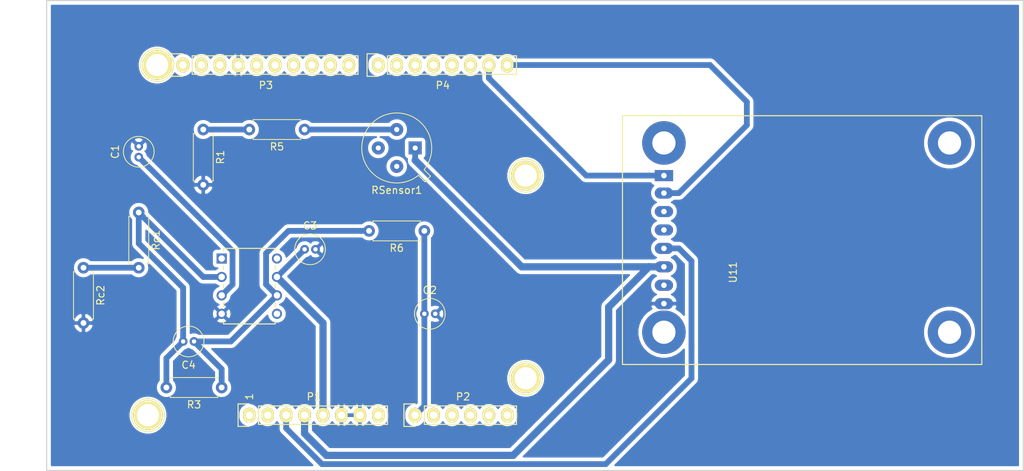
<source format=kicad_pcb>
(kicad_pcb (version 20171130) (host pcbnew 5.1.5-52549c5~84~ubuntu18.04.1)

  (general
    (thickness 1.6)
    (drawings 25)
    (tracks 58)
    (zones 0)
    (modules 21)
    (nets 46)
  )

  (page A4)
  (title_block
    (date "lun. 30 mars 2015")
  )

  (layers
    (0 F.Cu signal)
    (31 B.Cu signal)
    (32 B.Adhes user)
    (33 F.Adhes user)
    (34 B.Paste user)
    (35 F.Paste user)
    (36 B.SilkS user)
    (37 F.SilkS user)
    (38 B.Mask user)
    (39 F.Mask user)
    (40 Dwgs.User user)
    (41 Cmts.User user)
    (42 Eco1.User user)
    (43 Eco2.User user)
    (44 Edge.Cuts user)
    (45 Margin user)
    (46 B.CrtYd user)
    (47 F.CrtYd user)
    (48 B.Fab user)
    (49 F.Fab user)
  )

  (setup
    (last_trace_width 0.8)
    (trace_clearance 0.4)
    (zone_clearance 0.508)
    (zone_45_only no)
    (trace_min 0.2)
    (via_size 1.6)
    (via_drill 0.8)
    (via_min_size 0.4)
    (via_min_drill 0.3)
    (uvia_size 0.3)
    (uvia_drill 0.1)
    (uvias_allowed no)
    (uvia_min_size 0.2)
    (uvia_min_drill 0.1)
    (edge_width 0.15)
    (segment_width 0.15)
    (pcb_text_width 0.3)
    (pcb_text_size 1.5 1.5)
    (mod_edge_width 0.15)
    (mod_text_size 1 1)
    (mod_text_width 0.15)
    (pad_size 4.064 4.064)
    (pad_drill 3.048)
    (pad_to_mask_clearance 0)
    (aux_axis_origin 110.998 126.365)
    (visible_elements FFFFFF7F)
    (pcbplotparams
      (layerselection 0x00030_80000001)
      (usegerberextensions false)
      (usegerberattributes false)
      (usegerberadvancedattributes false)
      (creategerberjobfile false)
      (excludeedgelayer true)
      (linewidth 0.100000)
      (plotframeref false)
      (viasonmask false)
      (mode 1)
      (useauxorigin false)
      (hpglpennumber 1)
      (hpglpenspeed 20)
      (hpglpendiameter 15.000000)
      (psnegative false)
      (psa4output false)
      (plotreference true)
      (plotvalue true)
      (plotinvisibletext false)
      (padsonsilk false)
      (subtractmaskfromsilk false)
      (outputformat 1)
      (mirror false)
      (drillshape 1)
      (scaleselection 1)
      (outputdirectory ""))
  )

  (net 0 "")
  (net 1 /IOREF)
  (net 2 /Reset)
  (net 3 /Vin)
  (net 4 /A0)
  (net 5 /A1)
  (net 6 /A2)
  (net 7 /A3)
  (net 8 /AREF)
  (net 9 "/A4(SDA)")
  (net 10 "/A5(SCL)")
  (net 11 "/9(**)")
  (net 12 /8)
  (net 13 /7)
  (net 14 "/6(**)")
  (net 15 "/5(**)")
  (net 16 /4)
  (net 17 "/3(**)")
  (net 18 /2)
  (net 19 "/1(Tx)")
  (net 20 "/0(Rx)")
  (net 21 "Net-(P5-Pad1)")
  (net 22 "Net-(P6-Pad1)")
  (net 23 "Net-(P7-Pad1)")
  (net 24 "Net-(P8-Pad1)")
  (net 25 "/13(SCK)")
  (net 26 "/10(**/SS)")
  (net 27 "Net-(P1-Pad1)")
  (net 28 +3V3)
  (net 29 "/12(MISO)")
  (net 30 "/11(**/MOSI)")
  (net 31 "Net-(C1-Pad1)")
  (net 32 "Net-(C4-Pad1)")
  (net 33 "Net-(C4-Pad2)")
  (net 34 "Net-(P2-Pad5)")
  (net 35 "Net-(P2-Pad6)")
  (net 36 "Net-(R5-Pad1)")
  (net 37 "Net-(Rc1-Pad2)")
  (net 38 "Net-(U1-Pad1)")
  (net 39 "Net-(U1-Pad5)")
  (net 40 "Net-(U1-Pad8)")
  (net 41 "Net-(U11-Pad3)")
  (net 42 "Net-(U11-Pad4)")
  (net 43 "Net-(U11-Pad7)")
  (net 44 GND)
  (net 45 +5V)

  (net_class Default "This is the default net class."
    (clearance 0.4)
    (trace_width 0.8)
    (via_dia 1.6)
    (via_drill 0.8)
    (uvia_dia 0.3)
    (uvia_drill 0.1)
    (add_net "/0(Rx)")
    (add_net "/1(Tx)")
    (add_net "/10(**/SS)")
    (add_net "/11(**/MOSI)")
    (add_net "/12(MISO)")
    (add_net "/13(SCK)")
    (add_net /2)
    (add_net "/3(**)")
    (add_net /4)
    (add_net "/5(**)")
    (add_net "/6(**)")
    (add_net /7)
    (add_net /8)
    (add_net "/9(**)")
    (add_net /A0)
    (add_net /A1)
    (add_net /A2)
    (add_net /A3)
    (add_net "/A4(SDA)")
    (add_net "/A5(SCL)")
    (add_net /AREF)
    (add_net /IOREF)
    (add_net /Reset)
    (add_net /Vin)
    (add_net "Net-(C1-Pad1)")
    (add_net "Net-(C4-Pad1)")
    (add_net "Net-(C4-Pad2)")
    (add_net "Net-(P1-Pad1)")
    (add_net "Net-(P2-Pad5)")
    (add_net "Net-(P2-Pad6)")
    (add_net "Net-(P5-Pad1)")
    (add_net "Net-(P6-Pad1)")
    (add_net "Net-(P7-Pad1)")
    (add_net "Net-(P8-Pad1)")
    (add_net "Net-(R5-Pad1)")
    (add_net "Net-(Rc1-Pad2)")
    (add_net "Net-(U1-Pad1)")
    (add_net "Net-(U1-Pad5)")
    (add_net "Net-(U1-Pad8)")
    (add_net "Net-(U11-Pad3)")
    (add_net "Net-(U11-Pad4)")
    (add_net "Net-(U11-Pad7)")
  )

  (net_class Power ""
    (clearance 0.4)
    (trace_width 1)
    (via_dia 1.6)
    (via_drill 0.8)
    (uvia_dia 0.3)
    (uvia_drill 0.1)
    (add_net +3V3)
    (add_net +5V)
    (add_net GND)
  )

  (module MyComponent:RN2483_Breakout (layer F.Cu) (tedit 5DFF7E58) (tstamp 5E1A2D01)
    (at 196.088 90.805 270)
    (path /5E1CD92C)
    (fp_text reference U11 (at 13.335 -9.525 90) (layer F.SilkS)
      (effects (font (size 1 1) (thickness 0.15)))
    )
    (fp_text value RN2483A (at 10.795 3.175 90) (layer F.Fab)
      (effects (font (size 1 1) (thickness 0.15)))
    )
    (fp_line (start -8.255 5.715) (end 26.035 5.715) (layer F.SilkS) (width 0.15))
    (fp_line (start 26.035 5.715) (end 26.035 -43.815) (layer F.SilkS) (width 0.15))
    (fp_line (start 26.035 -43.815) (end -8.255 -43.815) (layer F.SilkS) (width 0.15))
    (fp_line (start -8.255 -43.815) (end -8.255 5.715) (layer F.SilkS) (width 0.15))
    (pad 1 thru_hole rect (at 0 0 270) (size 1.524 2.524) (drill 0.762) (layers *.Cu *.Mask)
      (net 19 "/1(Tx)"))
    (pad 2 thru_hole oval (at 2.413 0 270) (size 1.524 2.524) (drill 0.762) (layers *.Cu *.Mask)
      (net 20 "/0(Rx)"))
    (pad 3 thru_hole oval (at 4.953 0 270) (size 1.524 2.524) (drill 0.762) (layers *.Cu *.Mask)
      (net 41 "Net-(U11-Pad3)"))
    (pad 4 thru_hole oval (at 7.493 0 270) (size 1.524 2.524) (drill 0.762) (layers *.Cu *.Mask)
      (net 42 "Net-(U11-Pad4)"))
    (pad 6 thru_hole oval (at 12.573 0 270) (size 1.524 2.524) (drill 0.762) (layers *.Cu *.Mask)
      (net 28 +3V3))
    (pad 5 thru_hole oval (at 10.033 0 270) (size 1.524 2.524) (drill 0.762) (layers *.Cu *.Mask)
      (net 2 /Reset))
    (pad 7 thru_hole oval (at 15.113 0 270) (size 1.524 2.524) (drill 0.762) (layers *.Cu *.Mask)
      (net 43 "Net-(U11-Pad7)"))
    (pad 8 thru_hole oval (at 17.653 0 270) (size 1.524 2.524) (drill 0.762) (layers *.Cu *.Mask)
      (net 44 GND))
    (pad "" np_thru_hole circle (at -4.5 0 270) (size 6 6) (drill 3.2) (layers *.Cu *.Mask))
    (pad "" np_thru_hole circle (at 21.59 0 270) (size 6 6) (drill 3.2) (layers *.Cu *.Mask))
    (pad "" np_thru_hole circle (at -4.5 -39.37 270) (size 6 6) (drill 3.2) (layers *.Cu *.Mask))
    (pad "" np_thru_hole circle (at 21.59 -39.37 270) (size 6 6) (drill 3.2) (layers *.Cu *.Mask))
  )

  (module Socket_Arduino_Uno:Socket_Strip_Arduino_1x08 locked (layer F.Cu) (tedit 552168D2) (tstamp 551AF9EA)
    (at 138.938 123.825)
    (descr "Through hole socket strip")
    (tags "socket strip")
    (path /56D70129)
    (fp_text reference P1 (at 8.89 -2.54) (layer F.SilkS)
      (effects (font (size 1 1) (thickness 0.15)))
    )
    (fp_text value Power (at 8.89 -4.064) (layer F.Fab)
      (effects (font (size 1 1) (thickness 0.15)))
    )
    (fp_line (start -1.75 -1.75) (end -1.75 1.75) (layer F.CrtYd) (width 0.05))
    (fp_line (start 19.55 -1.75) (end 19.55 1.75) (layer F.CrtYd) (width 0.05))
    (fp_line (start -1.75 -1.75) (end 19.55 -1.75) (layer F.CrtYd) (width 0.05))
    (fp_line (start -1.75 1.75) (end 19.55 1.75) (layer F.CrtYd) (width 0.05))
    (fp_line (start 1.27 1.27) (end 19.05 1.27) (layer F.SilkS) (width 0.15))
    (fp_line (start 19.05 1.27) (end 19.05 -1.27) (layer F.SilkS) (width 0.15))
    (fp_line (start 19.05 -1.27) (end 1.27 -1.27) (layer F.SilkS) (width 0.15))
    (fp_line (start -1.55 1.55) (end 0 1.55) (layer F.SilkS) (width 0.15))
    (fp_line (start 1.27 1.27) (end 1.27 -1.27) (layer F.SilkS) (width 0.15))
    (fp_line (start 0 -1.55) (end -1.55 -1.55) (layer F.SilkS) (width 0.15))
    (fp_line (start -1.55 -1.55) (end -1.55 1.55) (layer F.SilkS) (width 0.15))
    (pad 1 thru_hole oval (at 0 0) (size 1.7272 2.032) (drill 1.016) (layers *.Cu *.Mask F.SilkS)
      (net 27 "Net-(P1-Pad1)"))
    (pad 2 thru_hole oval (at 2.54 0) (size 1.7272 2.032) (drill 1.016) (layers *.Cu *.Mask F.SilkS)
      (net 1 /IOREF))
    (pad 3 thru_hole oval (at 5.08 0) (size 1.7272 2.032) (drill 1.016) (layers *.Cu *.Mask F.SilkS)
      (net 2 /Reset))
    (pad 4 thru_hole oval (at 7.62 0) (size 1.7272 2.032) (drill 1.016) (layers *.Cu *.Mask F.SilkS)
      (net 28 +3V3))
    (pad 5 thru_hole oval (at 10.16 0) (size 1.7272 2.032) (drill 1.016) (layers *.Cu *.Mask F.SilkS)
      (net 45 +5V))
    (pad 6 thru_hole oval (at 12.7 0) (size 1.7272 2.032) (drill 1.016) (layers *.Cu *.Mask F.SilkS)
      (net 44 GND))
    (pad 7 thru_hole oval (at 15.24 0) (size 1.7272 2.032) (drill 1.016) (layers *.Cu *.Mask F.SilkS)
      (net 44 GND))
    (pad 8 thru_hole oval (at 17.78 0) (size 1.7272 2.032) (drill 1.016) (layers *.Cu *.Mask F.SilkS)
      (net 3 /Vin))
    (model ${KIPRJMOD}/Socket_Arduino_Uno.3dshapes/Socket_header_Arduino_1x08.wrl
      (offset (xyz 8.889999866485596 0 0))
      (scale (xyz 1 1 1))
      (rotate (xyz 0 0 180))
    )
  )

  (module Socket_Arduino_Uno:Socket_Strip_Arduino_1x06 locked (layer F.Cu) (tedit 552168D6) (tstamp 551AF9FF)
    (at 161.798 123.825)
    (descr "Through hole socket strip")
    (tags "socket strip")
    (path /56D70DD8)
    (fp_text reference P2 (at 6.604 -2.54) (layer F.SilkS)
      (effects (font (size 1 1) (thickness 0.15)))
    )
    (fp_text value Analog (at 6.604 -4.064) (layer F.Fab)
      (effects (font (size 1 1) (thickness 0.15)))
    )
    (fp_line (start -1.75 -1.75) (end -1.75 1.75) (layer F.CrtYd) (width 0.05))
    (fp_line (start 14.45 -1.75) (end 14.45 1.75) (layer F.CrtYd) (width 0.05))
    (fp_line (start -1.75 -1.75) (end 14.45 -1.75) (layer F.CrtYd) (width 0.05))
    (fp_line (start -1.75 1.75) (end 14.45 1.75) (layer F.CrtYd) (width 0.05))
    (fp_line (start 1.27 1.27) (end 13.97 1.27) (layer F.SilkS) (width 0.15))
    (fp_line (start 13.97 1.27) (end 13.97 -1.27) (layer F.SilkS) (width 0.15))
    (fp_line (start 13.97 -1.27) (end 1.27 -1.27) (layer F.SilkS) (width 0.15))
    (fp_line (start -1.55 1.55) (end 0 1.55) (layer F.SilkS) (width 0.15))
    (fp_line (start 1.27 1.27) (end 1.27 -1.27) (layer F.SilkS) (width 0.15))
    (fp_line (start 0 -1.55) (end -1.55 -1.55) (layer F.SilkS) (width 0.15))
    (fp_line (start -1.55 -1.55) (end -1.55 1.55) (layer F.SilkS) (width 0.15))
    (pad 1 thru_hole oval (at 0 0) (size 1.7272 2.032) (drill 1.016) (layers *.Cu *.Mask F.SilkS)
      (net 4 /A0))
    (pad 2 thru_hole oval (at 2.54 0) (size 1.7272 2.032) (drill 1.016) (layers *.Cu *.Mask F.SilkS)
      (net 5 /A1))
    (pad 3 thru_hole oval (at 5.08 0) (size 1.7272 2.032) (drill 1.016) (layers *.Cu *.Mask F.SilkS)
      (net 6 /A2))
    (pad 4 thru_hole oval (at 7.62 0) (size 1.7272 2.032) (drill 1.016) (layers *.Cu *.Mask F.SilkS)
      (net 7 /A3))
    (pad 5 thru_hole oval (at 10.16 0) (size 1.7272 2.032) (drill 1.016) (layers *.Cu *.Mask F.SilkS)
      (net 34 "Net-(P2-Pad5)"))
    (pad 6 thru_hole oval (at 12.7 0) (size 1.7272 2.032) (drill 1.016) (layers *.Cu *.Mask F.SilkS)
      (net 35 "Net-(P2-Pad6)"))
    (model ${KIPRJMOD}/Socket_Arduino_Uno.3dshapes/Socket_header_Arduino_1x06.wrl
      (offset (xyz 6.349999904632568 0 0))
      (scale (xyz 1 1 1))
      (rotate (xyz 0 0 180))
    )
  )

  (module Socket_Arduino_Uno:Socket_Strip_Arduino_1x10 locked (layer F.Cu) (tedit 552168BF) (tstamp 551AFA18)
    (at 129.794 75.565)
    (descr "Through hole socket strip")
    (tags "socket strip")
    (path /56D721E0)
    (fp_text reference P3 (at 11.43 2.794) (layer F.SilkS)
      (effects (font (size 1 1) (thickness 0.15)))
    )
    (fp_text value Digital (at 11.43 4.318) (layer F.Fab)
      (effects (font (size 1 1) (thickness 0.15)))
    )
    (fp_line (start -1.75 -1.75) (end -1.75 1.75) (layer F.CrtYd) (width 0.05))
    (fp_line (start 24.65 -1.75) (end 24.65 1.75) (layer F.CrtYd) (width 0.05))
    (fp_line (start -1.75 -1.75) (end 24.65 -1.75) (layer F.CrtYd) (width 0.05))
    (fp_line (start -1.75 1.75) (end 24.65 1.75) (layer F.CrtYd) (width 0.05))
    (fp_line (start 1.27 1.27) (end 24.13 1.27) (layer F.SilkS) (width 0.15))
    (fp_line (start 24.13 1.27) (end 24.13 -1.27) (layer F.SilkS) (width 0.15))
    (fp_line (start 24.13 -1.27) (end 1.27 -1.27) (layer F.SilkS) (width 0.15))
    (fp_line (start -1.55 1.55) (end 0 1.55) (layer F.SilkS) (width 0.15))
    (fp_line (start 1.27 1.27) (end 1.27 -1.27) (layer F.SilkS) (width 0.15))
    (fp_line (start 0 -1.55) (end -1.55 -1.55) (layer F.SilkS) (width 0.15))
    (fp_line (start -1.55 -1.55) (end -1.55 1.55) (layer F.SilkS) (width 0.15))
    (pad 1 thru_hole oval (at 0 0) (size 1.7272 2.032) (drill 1.016) (layers *.Cu *.Mask F.SilkS)
      (net 10 "/A5(SCL)"))
    (pad 2 thru_hole oval (at 2.54 0) (size 1.7272 2.032) (drill 1.016) (layers *.Cu *.Mask F.SilkS)
      (net 9 "/A4(SDA)"))
    (pad 3 thru_hole oval (at 5.08 0) (size 1.7272 2.032) (drill 1.016) (layers *.Cu *.Mask F.SilkS)
      (net 8 /AREF))
    (pad 4 thru_hole oval (at 7.62 0) (size 1.7272 2.032) (drill 1.016) (layers *.Cu *.Mask F.SilkS)
      (net 44 GND))
    (pad 5 thru_hole oval (at 10.16 0) (size 1.7272 2.032) (drill 1.016) (layers *.Cu *.Mask F.SilkS)
      (net 25 "/13(SCK)"))
    (pad 6 thru_hole oval (at 12.7 0) (size 1.7272 2.032) (drill 1.016) (layers *.Cu *.Mask F.SilkS)
      (net 29 "/12(MISO)"))
    (pad 7 thru_hole oval (at 15.24 0) (size 1.7272 2.032) (drill 1.016) (layers *.Cu *.Mask F.SilkS)
      (net 30 "/11(**/MOSI)"))
    (pad 8 thru_hole oval (at 17.78 0) (size 1.7272 2.032) (drill 1.016) (layers *.Cu *.Mask F.SilkS)
      (net 26 "/10(**/SS)"))
    (pad 9 thru_hole oval (at 20.32 0) (size 1.7272 2.032) (drill 1.016) (layers *.Cu *.Mask F.SilkS)
      (net 11 "/9(**)"))
    (pad 10 thru_hole oval (at 22.86 0) (size 1.7272 2.032) (drill 1.016) (layers *.Cu *.Mask F.SilkS)
      (net 12 /8))
    (model ${KIPRJMOD}/Socket_Arduino_Uno.3dshapes/Socket_header_Arduino_1x10.wrl
      (offset (xyz 11.42999982833862 0 0))
      (scale (xyz 1 1 1))
      (rotate (xyz 0 0 180))
    )
  )

  (module Socket_Arduino_Uno:Socket_Strip_Arduino_1x08 locked (layer F.Cu) (tedit 552168C7) (tstamp 551AFA2F)
    (at 156.718 75.565)
    (descr "Through hole socket strip")
    (tags "socket strip")
    (path /56D7164F)
    (fp_text reference P4 (at 8.89 2.794) (layer F.SilkS)
      (effects (font (size 1 1) (thickness 0.15)))
    )
    (fp_text value Digital (at 8.89 4.318) (layer F.Fab)
      (effects (font (size 1 1) (thickness 0.15)))
    )
    (fp_line (start -1.75 -1.75) (end -1.75 1.75) (layer F.CrtYd) (width 0.05))
    (fp_line (start 19.55 -1.75) (end 19.55 1.75) (layer F.CrtYd) (width 0.05))
    (fp_line (start -1.75 -1.75) (end 19.55 -1.75) (layer F.CrtYd) (width 0.05))
    (fp_line (start -1.75 1.75) (end 19.55 1.75) (layer F.CrtYd) (width 0.05))
    (fp_line (start 1.27 1.27) (end 19.05 1.27) (layer F.SilkS) (width 0.15))
    (fp_line (start 19.05 1.27) (end 19.05 -1.27) (layer F.SilkS) (width 0.15))
    (fp_line (start 19.05 -1.27) (end 1.27 -1.27) (layer F.SilkS) (width 0.15))
    (fp_line (start -1.55 1.55) (end 0 1.55) (layer F.SilkS) (width 0.15))
    (fp_line (start 1.27 1.27) (end 1.27 -1.27) (layer F.SilkS) (width 0.15))
    (fp_line (start 0 -1.55) (end -1.55 -1.55) (layer F.SilkS) (width 0.15))
    (fp_line (start -1.55 -1.55) (end -1.55 1.55) (layer F.SilkS) (width 0.15))
    (pad 1 thru_hole oval (at 0 0) (size 1.7272 2.032) (drill 1.016) (layers *.Cu *.Mask F.SilkS)
      (net 13 /7))
    (pad 2 thru_hole oval (at 2.54 0) (size 1.7272 2.032) (drill 1.016) (layers *.Cu *.Mask F.SilkS)
      (net 14 "/6(**)"))
    (pad 3 thru_hole oval (at 5.08 0) (size 1.7272 2.032) (drill 1.016) (layers *.Cu *.Mask F.SilkS)
      (net 15 "/5(**)"))
    (pad 4 thru_hole oval (at 7.62 0) (size 1.7272 2.032) (drill 1.016) (layers *.Cu *.Mask F.SilkS)
      (net 16 /4))
    (pad 5 thru_hole oval (at 10.16 0) (size 1.7272 2.032) (drill 1.016) (layers *.Cu *.Mask F.SilkS)
      (net 17 "/3(**)"))
    (pad 6 thru_hole oval (at 12.7 0) (size 1.7272 2.032) (drill 1.016) (layers *.Cu *.Mask F.SilkS)
      (net 18 /2))
    (pad 7 thru_hole oval (at 15.24 0) (size 1.7272 2.032) (drill 1.016) (layers *.Cu *.Mask F.SilkS)
      (net 19 "/1(Tx)"))
    (pad 8 thru_hole oval (at 17.78 0) (size 1.7272 2.032) (drill 1.016) (layers *.Cu *.Mask F.SilkS)
      (net 20 "/0(Rx)"))
    (model ${KIPRJMOD}/Socket_Arduino_Uno.3dshapes/Socket_header_Arduino_1x08.wrl
      (offset (xyz 8.889999866485596 0 0))
      (scale (xyz 1 1 1))
      (rotate (xyz 0 0 180))
    )
  )

  (module Socket_Arduino_Uno:Arduino_1pin locked (layer F.Cu) (tedit 5524FC39) (tstamp 5524FC3F)
    (at 124.968 123.825)
    (descr "module 1 pin (ou trou mecanique de percage)")
    (tags DEV)
    (path /56D71177)
    (fp_text reference P5 (at 0 -3.048) (layer F.SilkS) hide
      (effects (font (size 1 1) (thickness 0.15)))
    )
    (fp_text value CONN_01X01 (at 0 2.794) (layer F.Fab) hide
      (effects (font (size 1 1) (thickness 0.15)))
    )
    (fp_circle (center 0 0) (end 0 -2.286) (layer F.SilkS) (width 0.15))
    (pad 1 thru_hole circle (at 0 0) (size 4.064 4.064) (drill 3.048) (layers *.Cu *.Mask F.SilkS)
      (net 21 "Net-(P5-Pad1)"))
  )

  (module Socket_Arduino_Uno:Arduino_1pin locked (layer F.Cu) (tedit 5524FC4A) (tstamp 5524FC44)
    (at 177.038 118.745)
    (descr "module 1 pin (ou trou mecanique de percage)")
    (tags DEV)
    (path /56D71274)
    (fp_text reference P6 (at 0 -3.048) (layer F.SilkS) hide
      (effects (font (size 1 1) (thickness 0.15)))
    )
    (fp_text value CONN_01X01 (at 0 2.794) (layer F.Fab) hide
      (effects (font (size 1 1) (thickness 0.15)))
    )
    (fp_circle (center 0 0) (end 0 -2.286) (layer F.SilkS) (width 0.15))
    (pad 1 thru_hole circle (at 0 0) (size 4.064 4.064) (drill 3.048) (layers *.Cu *.Mask F.SilkS)
      (net 22 "Net-(P6-Pad1)"))
  )

  (module Socket_Arduino_Uno:Arduino_1pin locked (layer F.Cu) (tedit 5524FC2F) (tstamp 5524FC49)
    (at 126.238 75.565)
    (descr "module 1 pin (ou trou mecanique de percage)")
    (tags DEV)
    (path /56D712A8)
    (fp_text reference P7 (at 0 -3.048) (layer F.SilkS) hide
      (effects (font (size 1 1) (thickness 0.15)))
    )
    (fp_text value CONN_01X01 (at 0 2.794) (layer F.Fab) hide
      (effects (font (size 1 1) (thickness 0.15)))
    )
    (fp_circle (center 0 0) (end 0 -2.286) (layer F.SilkS) (width 0.15))
    (pad 1 thru_hole circle (at 0 0) (size 4.064 4.064) (drill 3.048) (layers *.Cu *.Mask F.SilkS)
      (net 23 "Net-(P7-Pad1)"))
  )

  (module Socket_Arduino_Uno:Arduino_1pin locked (layer F.Cu) (tedit 5524FC41) (tstamp 5524FC4E)
    (at 177.038 90.805)
    (descr "module 1 pin (ou trou mecanique de percage)")
    (tags DEV)
    (path /56D712DB)
    (fp_text reference P8 (at 0 -3.048) (layer F.SilkS) hide
      (effects (font (size 1 1) (thickness 0.15)))
    )
    (fp_text value CONN_01X01 (at 0 2.794) (layer F.Fab) hide
      (effects (font (size 1 1) (thickness 0.15)))
    )
    (fp_circle (center 0 0) (end 0 -2.286) (layer F.SilkS) (width 0.15))
    (pad 1 thru_hole circle (at 0 0) (size 4.064 4.064) (drill 3.048) (layers *.Cu *.Mask F.SilkS)
      (net 24 "Net-(P8-Pad1)"))
  )

  (module Capacitor_THT:C_Radial_D4.0mm_H5.0mm_P1.50mm (layer F.Cu) (tedit 5BC5C9B9) (tstamp 5E1A4088)
    (at 123.698 88.265 90)
    (descr "C, Radial series, Radial, pin pitch=1.50mm, diameter=4mm, height=5mm, Non-Polar Electrolytic Capacitor")
    (tags "C Radial series Radial pin pitch 1.50mm diameter 4mm height 5mm Non-Polar Electrolytic Capacitor")
    (path /5E1BFFCF)
    (fp_text reference C1 (at 0.75 -3.25 90) (layer F.SilkS)
      (effects (font (size 1 1) (thickness 0.15)))
    )
    (fp_text value 100n (at 0.75 3.25 90) (layer F.Fab)
      (effects (font (size 1 1) (thickness 0.15)))
    )
    (fp_circle (center 0.75 0) (end 2.75 0) (layer F.Fab) (width 0.1))
    (fp_circle (center 0.75 0) (end 2.87 0) (layer F.SilkS) (width 0.12))
    (fp_circle (center 0.75 0) (end 3 0) (layer F.CrtYd) (width 0.05))
    (fp_text user %R (at 0.75 0 90) (layer F.Fab)
      (effects (font (size 0.8 0.8) (thickness 0.12)))
    )
    (pad 1 thru_hole circle (at 0 0 90) (size 1.2 1.2) (drill 0.6) (layers *.Cu *.Mask)
      (net 31 "Net-(C1-Pad1)"))
    (pad 2 thru_hole circle (at 1.5 0 90) (size 1.2 1.2) (drill 0.6) (layers *.Cu *.Mask)
      (net 44 GND))
    (model ${KISYS3DMOD}/Capacitor_THT.3dshapes/C_Radial_D4.0mm_H5.0mm_P1.50mm.wrl
      (at (xyz 0 0 0))
      (scale (xyz 1 1 1))
      (rotate (xyz 0 0 0))
    )
  )

  (module Capacitor_THT:C_Radial_D4.0mm_H5.0mm_P1.50mm (layer F.Cu) (tedit 5BC5C9B9) (tstamp 5E1A2BF8)
    (at 163.068 109.855)
    (descr "C, Radial series, Radial, pin pitch=1.50mm, diameter=4mm, height=5mm, Non-Polar Electrolytic Capacitor")
    (tags "C Radial series Radial pin pitch 1.50mm diameter 4mm height 5mm Non-Polar Electrolytic Capacitor")
    (path /5E26F19B)
    (fp_text reference C2 (at 0.75 -3.25) (layer F.SilkS)
      (effects (font (size 1 1) (thickness 0.15)))
    )
    (fp_text value 100n (at 0.75 3.25) (layer F.Fab)
      (effects (font (size 1 1) (thickness 0.15)))
    )
    (fp_text user %R (at 0.75 0) (layer F.Fab)
      (effects (font (size 0.8 0.8) (thickness 0.12)))
    )
    (fp_circle (center 0.75 0) (end 3 0) (layer F.CrtYd) (width 0.05))
    (fp_circle (center 0.75 0) (end 2.87 0) (layer F.SilkS) (width 0.12))
    (fp_circle (center 0.75 0) (end 2.75 0) (layer F.Fab) (width 0.1))
    (pad 2 thru_hole circle (at 1.5 0) (size 1.2 1.2) (drill 0.6) (layers *.Cu *.Mask)
      (net 44 GND))
    (pad 1 thru_hole circle (at 0 0) (size 1.2 1.2) (drill 0.6) (layers *.Cu *.Mask)
      (net 4 /A0))
    (model ${KISYS3DMOD}/Capacitor_THT.3dshapes/C_Radial_D4.0mm_H5.0mm_P1.50mm.wrl
      (at (xyz 0 0 0))
      (scale (xyz 1 1 1))
      (rotate (xyz 0 0 0))
    )
  )

  (module Capacitor_THT:C_Radial_D4.0mm_H5.0mm_P1.50mm (layer F.Cu) (tedit 5BC5C9B9) (tstamp 5E1A2C02)
    (at 146.558 100.965)
    (descr "C, Radial series, Radial, pin pitch=1.50mm, diameter=4mm, height=5mm, Non-Polar Electrolytic Capacitor")
    (tags "C Radial series Radial pin pitch 1.50mm diameter 4mm height 5mm Non-Polar Electrolytic Capacitor")
    (path /5E1C0E01)
    (fp_text reference C3 (at 0.75 -3.25) (layer F.SilkS)
      (effects (font (size 1 1) (thickness 0.15)))
    )
    (fp_text value 100n (at 0.75 3.25) (layer F.Fab)
      (effects (font (size 1 1) (thickness 0.15)))
    )
    (fp_text user %R (at 0.75 0) (layer F.Fab)
      (effects (font (size 0.8 0.8) (thickness 0.12)))
    )
    (fp_circle (center 0.75 0) (end 3 0) (layer F.CrtYd) (width 0.05))
    (fp_circle (center 0.75 0) (end 2.87 0) (layer F.SilkS) (width 0.12))
    (fp_circle (center 0.75 0) (end 2.75 0) (layer F.Fab) (width 0.1))
    (pad 2 thru_hole circle (at 1.5 0) (size 1.2 1.2) (drill 0.6) (layers *.Cu *.Mask)
      (net 44 GND))
    (pad 1 thru_hole circle (at 0 0) (size 1.2 1.2) (drill 0.6) (layers *.Cu *.Mask)
      (net 45 +5V))
    (model ${KISYS3DMOD}/Capacitor_THT.3dshapes/C_Radial_D4.0mm_H5.0mm_P1.50mm.wrl
      (at (xyz 0 0 0))
      (scale (xyz 1 1 1))
      (rotate (xyz 0 0 0))
    )
  )

  (module Capacitor_THT:C_Radial_D4.0mm_H5.0mm_P1.50mm (layer F.Cu) (tedit 5BC5C9B9) (tstamp 5E1A2C0C)
    (at 131.318 113.665 180)
    (descr "C, Radial series, Radial, pin pitch=1.50mm, diameter=4mm, height=5mm, Non-Polar Electrolytic Capacitor")
    (tags "C Radial series Radial pin pitch 1.50mm diameter 4mm height 5mm Non-Polar Electrolytic Capacitor")
    (path /5E1C16EB)
    (fp_text reference C4 (at 0.75 -3.25) (layer F.SilkS)
      (effects (font (size 1 1) (thickness 0.15)))
    )
    (fp_text value 1μ (at 0.75 3.25) (layer F.Fab)
      (effects (font (size 1 1) (thickness 0.15)))
    )
    (fp_circle (center 0.75 0) (end 2.75 0) (layer F.Fab) (width 0.1))
    (fp_circle (center 0.75 0) (end 2.87 0) (layer F.SilkS) (width 0.12))
    (fp_circle (center 0.75 0) (end 3 0) (layer F.CrtYd) (width 0.05))
    (fp_text user %R (at 0.75 0) (layer F.Fab)
      (effects (font (size 0.8 0.8) (thickness 0.12)))
    )
    (pad 1 thru_hole circle (at 0 0 180) (size 1.2 1.2) (drill 0.6) (layers *.Cu *.Mask)
      (net 32 "Net-(C4-Pad1)"))
    (pad 2 thru_hole circle (at 1.5 0 180) (size 1.2 1.2) (drill 0.6) (layers *.Cu *.Mask)
      (net 33 "Net-(C4-Pad2)"))
    (model ${KISYS3DMOD}/Capacitor_THT.3dshapes/C_Radial_D4.0mm_H5.0mm_P1.50mm.wrl
      (at (xyz 0 0 0))
      (scale (xyz 1 1 1))
      (rotate (xyz 0 0 0))
    )
  )

  (module Resistor_THT:R_Axial_DIN0207_L6.3mm_D2.5mm_P7.62mm_Horizontal (layer F.Cu) (tedit 5AE5139B) (tstamp 5E1A40C7)
    (at 132.588 84.455 270)
    (descr "Resistor, Axial_DIN0207 series, Axial, Horizontal, pin pitch=7.62mm, 0.25W = 1/4W, length*diameter=6.3*2.5mm^2, http://cdn-reichelt.de/documents/datenblatt/B400/1_4W%23YAG.pdf")
    (tags "Resistor Axial_DIN0207 series Axial Horizontal pin pitch 7.62mm 0.25W = 1/4W length 6.3mm diameter 2.5mm")
    (path /5E1A42ED)
    (fp_text reference R1 (at 3.81 -2.37 90) (layer F.SilkS)
      (effects (font (size 1 1) (thickness 0.15)))
    )
    (fp_text value 100k (at 3.81 2.37 90) (layer F.Fab)
      (effects (font (size 1 1) (thickness 0.15)))
    )
    (fp_line (start 0.66 -1.25) (end 0.66 1.25) (layer F.Fab) (width 0.1))
    (fp_line (start 0.66 1.25) (end 6.96 1.25) (layer F.Fab) (width 0.1))
    (fp_line (start 6.96 1.25) (end 6.96 -1.25) (layer F.Fab) (width 0.1))
    (fp_line (start 6.96 -1.25) (end 0.66 -1.25) (layer F.Fab) (width 0.1))
    (fp_line (start 0 0) (end 0.66 0) (layer F.Fab) (width 0.1))
    (fp_line (start 7.62 0) (end 6.96 0) (layer F.Fab) (width 0.1))
    (fp_line (start 0.54 -1.04) (end 0.54 -1.37) (layer F.SilkS) (width 0.12))
    (fp_line (start 0.54 -1.37) (end 7.08 -1.37) (layer F.SilkS) (width 0.12))
    (fp_line (start 7.08 -1.37) (end 7.08 -1.04) (layer F.SilkS) (width 0.12))
    (fp_line (start 0.54 1.04) (end 0.54 1.37) (layer F.SilkS) (width 0.12))
    (fp_line (start 0.54 1.37) (end 7.08 1.37) (layer F.SilkS) (width 0.12))
    (fp_line (start 7.08 1.37) (end 7.08 1.04) (layer F.SilkS) (width 0.12))
    (fp_line (start -1.05 -1.5) (end -1.05 1.5) (layer F.CrtYd) (width 0.05))
    (fp_line (start -1.05 1.5) (end 8.67 1.5) (layer F.CrtYd) (width 0.05))
    (fp_line (start 8.67 1.5) (end 8.67 -1.5) (layer F.CrtYd) (width 0.05))
    (fp_line (start 8.67 -1.5) (end -1.05 -1.5) (layer F.CrtYd) (width 0.05))
    (fp_text user %R (at 3.81 0 90) (layer F.Fab)
      (effects (font (size 1 1) (thickness 0.15)))
    )
    (pad 1 thru_hole circle (at 0 0 270) (size 1.6 1.6) (drill 0.8) (layers *.Cu *.Mask)
      (net 31 "Net-(C1-Pad1)"))
    (pad 2 thru_hole oval (at 7.62 0 270) (size 1.6 1.6) (drill 0.8) (layers *.Cu *.Mask)
      (net 44 GND))
    (model ${KISYS3DMOD}/Resistor_THT.3dshapes/R_Axial_DIN0207_L6.3mm_D2.5mm_P7.62mm_Horizontal.wrl
      (at (xyz 0 0 0))
      (scale (xyz 1 1 1))
      (rotate (xyz 0 0 0))
    )
  )

  (module Resistor_THT:R_Axial_DIN0207_L6.3mm_D2.5mm_P7.62mm_Horizontal (layer F.Cu) (tedit 5AE5139B) (tstamp 5E1A2C3A)
    (at 135.128 120.015 180)
    (descr "Resistor, Axial_DIN0207 series, Axial, Horizontal, pin pitch=7.62mm, 0.25W = 1/4W, length*diameter=6.3*2.5mm^2, http://cdn-reichelt.de/documents/datenblatt/B400/1_4W%23YAG.pdf")
    (tags "Resistor Axial_DIN0207 series Axial Horizontal pin pitch 7.62mm 0.25W = 1/4W length 6.3mm diameter 2.5mm")
    (path /5E1A4A3E)
    (fp_text reference R3 (at 3.81 -2.37) (layer F.SilkS)
      (effects (font (size 1 1) (thickness 0.15)))
    )
    (fp_text value 100k (at 3.81 2.37) (layer F.Fab)
      (effects (font (size 1 1) (thickness 0.15)))
    )
    (fp_text user %R (at 3.81 0) (layer F.Fab)
      (effects (font (size 1 1) (thickness 0.15)))
    )
    (fp_line (start 8.67 -1.5) (end -1.05 -1.5) (layer F.CrtYd) (width 0.05))
    (fp_line (start 8.67 1.5) (end 8.67 -1.5) (layer F.CrtYd) (width 0.05))
    (fp_line (start -1.05 1.5) (end 8.67 1.5) (layer F.CrtYd) (width 0.05))
    (fp_line (start -1.05 -1.5) (end -1.05 1.5) (layer F.CrtYd) (width 0.05))
    (fp_line (start 7.08 1.37) (end 7.08 1.04) (layer F.SilkS) (width 0.12))
    (fp_line (start 0.54 1.37) (end 7.08 1.37) (layer F.SilkS) (width 0.12))
    (fp_line (start 0.54 1.04) (end 0.54 1.37) (layer F.SilkS) (width 0.12))
    (fp_line (start 7.08 -1.37) (end 7.08 -1.04) (layer F.SilkS) (width 0.12))
    (fp_line (start 0.54 -1.37) (end 7.08 -1.37) (layer F.SilkS) (width 0.12))
    (fp_line (start 0.54 -1.04) (end 0.54 -1.37) (layer F.SilkS) (width 0.12))
    (fp_line (start 7.62 0) (end 6.96 0) (layer F.Fab) (width 0.1))
    (fp_line (start 0 0) (end 0.66 0) (layer F.Fab) (width 0.1))
    (fp_line (start 6.96 -1.25) (end 0.66 -1.25) (layer F.Fab) (width 0.1))
    (fp_line (start 6.96 1.25) (end 6.96 -1.25) (layer F.Fab) (width 0.1))
    (fp_line (start 0.66 1.25) (end 6.96 1.25) (layer F.Fab) (width 0.1))
    (fp_line (start 0.66 -1.25) (end 0.66 1.25) (layer F.Fab) (width 0.1))
    (pad 2 thru_hole oval (at 7.62 0 180) (size 1.6 1.6) (drill 0.8) (layers *.Cu *.Mask)
      (net 33 "Net-(C4-Pad2)"))
    (pad 1 thru_hole circle (at 0 0 180) (size 1.6 1.6) (drill 0.8) (layers *.Cu *.Mask)
      (net 32 "Net-(C4-Pad1)"))
    (model ${KISYS3DMOD}/Resistor_THT.3dshapes/R_Axial_DIN0207_L6.3mm_D2.5mm_P7.62mm_Horizontal.wrl
      (at (xyz 0 0 0))
      (scale (xyz 1 1 1))
      (rotate (xyz 0 0 0))
    )
  )

  (module Resistor_THT:R_Axial_DIN0207_L6.3mm_D2.5mm_P7.62mm_Horizontal (layer F.Cu) (tedit 5AE5139B) (tstamp 5E1A2C51)
    (at 146.558 84.455 180)
    (descr "Resistor, Axial_DIN0207 series, Axial, Horizontal, pin pitch=7.62mm, 0.25W = 1/4W, length*diameter=6.3*2.5mm^2, http://cdn-reichelt.de/documents/datenblatt/B400/1_4W%23YAG.pdf")
    (tags "Resistor Axial_DIN0207 series Axial Horizontal pin pitch 7.62mm 0.25W = 1/4W length 6.3mm diameter 2.5mm")
    (path /5E1A4031)
    (fp_text reference R5 (at 3.81 -2.37) (layer F.SilkS)
      (effects (font (size 1 1) (thickness 0.15)))
    )
    (fp_text value 10k (at 3.81 2.37) (layer F.Fab)
      (effects (font (size 1 1) (thickness 0.15)))
    )
    (fp_text user %R (at 3.81 0) (layer F.Fab)
      (effects (font (size 1 1) (thickness 0.15)))
    )
    (fp_line (start 8.67 -1.5) (end -1.05 -1.5) (layer F.CrtYd) (width 0.05))
    (fp_line (start 8.67 1.5) (end 8.67 -1.5) (layer F.CrtYd) (width 0.05))
    (fp_line (start -1.05 1.5) (end 8.67 1.5) (layer F.CrtYd) (width 0.05))
    (fp_line (start -1.05 -1.5) (end -1.05 1.5) (layer F.CrtYd) (width 0.05))
    (fp_line (start 7.08 1.37) (end 7.08 1.04) (layer F.SilkS) (width 0.12))
    (fp_line (start 0.54 1.37) (end 7.08 1.37) (layer F.SilkS) (width 0.12))
    (fp_line (start 0.54 1.04) (end 0.54 1.37) (layer F.SilkS) (width 0.12))
    (fp_line (start 7.08 -1.37) (end 7.08 -1.04) (layer F.SilkS) (width 0.12))
    (fp_line (start 0.54 -1.37) (end 7.08 -1.37) (layer F.SilkS) (width 0.12))
    (fp_line (start 0.54 -1.04) (end 0.54 -1.37) (layer F.SilkS) (width 0.12))
    (fp_line (start 7.62 0) (end 6.96 0) (layer F.Fab) (width 0.1))
    (fp_line (start 0 0) (end 0.66 0) (layer F.Fab) (width 0.1))
    (fp_line (start 6.96 -1.25) (end 0.66 -1.25) (layer F.Fab) (width 0.1))
    (fp_line (start 6.96 1.25) (end 6.96 -1.25) (layer F.Fab) (width 0.1))
    (fp_line (start 0.66 1.25) (end 6.96 1.25) (layer F.Fab) (width 0.1))
    (fp_line (start 0.66 -1.25) (end 0.66 1.25) (layer F.Fab) (width 0.1))
    (pad 2 thru_hole oval (at 7.62 0 180) (size 1.6 1.6) (drill 0.8) (layers *.Cu *.Mask)
      (net 31 "Net-(C1-Pad1)"))
    (pad 1 thru_hole circle (at 0 0 180) (size 1.6 1.6) (drill 0.8) (layers *.Cu *.Mask)
      (net 36 "Net-(R5-Pad1)"))
    (model ${KISYS3DMOD}/Resistor_THT.3dshapes/R_Axial_DIN0207_L6.3mm_D2.5mm_P7.62mm_Horizontal.wrl
      (at (xyz 0 0 0))
      (scale (xyz 1 1 1))
      (rotate (xyz 0 0 0))
    )
  )

  (module Resistor_THT:R_Axial_DIN0207_L6.3mm_D2.5mm_P7.62mm_Horizontal (layer F.Cu) (tedit 5AE5139B) (tstamp 5E1A2C68)
    (at 163.068 98.425 180)
    (descr "Resistor, Axial_DIN0207 series, Axial, Horizontal, pin pitch=7.62mm, 0.25W = 1/4W, length*diameter=6.3*2.5mm^2, http://cdn-reichelt.de/documents/datenblatt/B400/1_4W%23YAG.pdf")
    (tags "Resistor Axial_DIN0207 series Axial Horizontal pin pitch 7.62mm 0.25W = 1/4W length 6.3mm diameter 2.5mm")
    (path /5E1A4FC9)
    (fp_text reference R6 (at 3.81 -2.37) (layer F.SilkS)
      (effects (font (size 1 1) (thickness 0.15)))
    )
    (fp_text value 1k (at 3.81 2.37) (layer F.Fab)
      (effects (font (size 1 1) (thickness 0.15)))
    )
    (fp_text user %R (at 3.81 0) (layer F.Fab)
      (effects (font (size 1 1) (thickness 0.15)))
    )
    (fp_line (start 8.67 -1.5) (end -1.05 -1.5) (layer F.CrtYd) (width 0.05))
    (fp_line (start 8.67 1.5) (end 8.67 -1.5) (layer F.CrtYd) (width 0.05))
    (fp_line (start -1.05 1.5) (end 8.67 1.5) (layer F.CrtYd) (width 0.05))
    (fp_line (start -1.05 -1.5) (end -1.05 1.5) (layer F.CrtYd) (width 0.05))
    (fp_line (start 7.08 1.37) (end 7.08 1.04) (layer F.SilkS) (width 0.12))
    (fp_line (start 0.54 1.37) (end 7.08 1.37) (layer F.SilkS) (width 0.12))
    (fp_line (start 0.54 1.04) (end 0.54 1.37) (layer F.SilkS) (width 0.12))
    (fp_line (start 7.08 -1.37) (end 7.08 -1.04) (layer F.SilkS) (width 0.12))
    (fp_line (start 0.54 -1.37) (end 7.08 -1.37) (layer F.SilkS) (width 0.12))
    (fp_line (start 0.54 -1.04) (end 0.54 -1.37) (layer F.SilkS) (width 0.12))
    (fp_line (start 7.62 0) (end 6.96 0) (layer F.Fab) (width 0.1))
    (fp_line (start 0 0) (end 0.66 0) (layer F.Fab) (width 0.1))
    (fp_line (start 6.96 -1.25) (end 0.66 -1.25) (layer F.Fab) (width 0.1))
    (fp_line (start 6.96 1.25) (end 6.96 -1.25) (layer F.Fab) (width 0.1))
    (fp_line (start 0.66 1.25) (end 6.96 1.25) (layer F.Fab) (width 0.1))
    (fp_line (start 0.66 -1.25) (end 0.66 1.25) (layer F.Fab) (width 0.1))
    (pad 2 thru_hole oval (at 7.62 0 180) (size 1.6 1.6) (drill 0.8) (layers *.Cu *.Mask)
      (net 32 "Net-(C4-Pad1)"))
    (pad 1 thru_hole circle (at 0 0 180) (size 1.6 1.6) (drill 0.8) (layers *.Cu *.Mask)
      (net 4 /A0))
    (model ${KISYS3DMOD}/Resistor_THT.3dshapes/R_Axial_DIN0207_L6.3mm_D2.5mm_P7.62mm_Horizontal.wrl
      (at (xyz 0 0 0))
      (scale (xyz 1 1 1))
      (rotate (xyz 0 0 0))
    )
  )

  (module Resistor_THT:R_Axial_DIN0207_L6.3mm_D2.5mm_P7.62mm_Horizontal (layer F.Cu) (tedit 5AE5139B) (tstamp 5E1A2C7F)
    (at 123.698 95.885 270)
    (descr "Resistor, Axial_DIN0207 series, Axial, Horizontal, pin pitch=7.62mm, 0.25W = 1/4W, length*diameter=6.3*2.5mm^2, http://cdn-reichelt.de/documents/datenblatt/B400/1_4W%23YAG.pdf")
    (tags "Resistor Axial_DIN0207 series Axial Horizontal pin pitch 7.62mm 0.25W = 1/4W length 6.3mm diameter 2.5mm")
    (path /5E1A47A1)
    (fp_text reference Rc1 (at 3.81 -2.37 90) (layer F.SilkS)
      (effects (font (size 1 1) (thickness 0.15)))
    )
    (fp_text value R (at 3.81 2.37 90) (layer F.Fab)
      (effects (font (size 1 1) (thickness 0.15)))
    )
    (fp_line (start 0.66 -1.25) (end 0.66 1.25) (layer F.Fab) (width 0.1))
    (fp_line (start 0.66 1.25) (end 6.96 1.25) (layer F.Fab) (width 0.1))
    (fp_line (start 6.96 1.25) (end 6.96 -1.25) (layer F.Fab) (width 0.1))
    (fp_line (start 6.96 -1.25) (end 0.66 -1.25) (layer F.Fab) (width 0.1))
    (fp_line (start 0 0) (end 0.66 0) (layer F.Fab) (width 0.1))
    (fp_line (start 7.62 0) (end 6.96 0) (layer F.Fab) (width 0.1))
    (fp_line (start 0.54 -1.04) (end 0.54 -1.37) (layer F.SilkS) (width 0.12))
    (fp_line (start 0.54 -1.37) (end 7.08 -1.37) (layer F.SilkS) (width 0.12))
    (fp_line (start 7.08 -1.37) (end 7.08 -1.04) (layer F.SilkS) (width 0.12))
    (fp_line (start 0.54 1.04) (end 0.54 1.37) (layer F.SilkS) (width 0.12))
    (fp_line (start 0.54 1.37) (end 7.08 1.37) (layer F.SilkS) (width 0.12))
    (fp_line (start 7.08 1.37) (end 7.08 1.04) (layer F.SilkS) (width 0.12))
    (fp_line (start -1.05 -1.5) (end -1.05 1.5) (layer F.CrtYd) (width 0.05))
    (fp_line (start -1.05 1.5) (end 8.67 1.5) (layer F.CrtYd) (width 0.05))
    (fp_line (start 8.67 1.5) (end 8.67 -1.5) (layer F.CrtYd) (width 0.05))
    (fp_line (start 8.67 -1.5) (end -1.05 -1.5) (layer F.CrtYd) (width 0.05))
    (fp_text user %R (at 3.81 0 90) (layer F.Fab)
      (effects (font (size 1 1) (thickness 0.15)))
    )
    (pad 1 thru_hole circle (at 0 0 270) (size 1.6 1.6) (drill 0.8) (layers *.Cu *.Mask)
      (net 33 "Net-(C4-Pad2)"))
    (pad 2 thru_hole oval (at 7.62 0 270) (size 1.6 1.6) (drill 0.8) (layers *.Cu *.Mask)
      (net 37 "Net-(Rc1-Pad2)"))
    (model ${KISYS3DMOD}/Resistor_THT.3dshapes/R_Axial_DIN0207_L6.3mm_D2.5mm_P7.62mm_Horizontal.wrl
      (at (xyz 0 0 0))
      (scale (xyz 1 1 1))
      (rotate (xyz 0 0 0))
    )
  )

  (module Resistor_THT:R_Axial_DIN0207_L6.3mm_D2.5mm_P7.62mm_Horizontal (layer F.Cu) (tedit 5AE5139B) (tstamp 5E1A2C96)
    (at 116.078 103.505 270)
    (descr "Resistor, Axial_DIN0207 series, Axial, Horizontal, pin pitch=7.62mm, 0.25W = 1/4W, length*diameter=6.3*2.5mm^2, http://cdn-reichelt.de/documents/datenblatt/B400/1_4W%23YAG.pdf")
    (tags "Resistor Axial_DIN0207 series Axial Horizontal pin pitch 7.62mm 0.25W = 1/4W length 6.3mm diameter 2.5mm")
    (path /5E1A4D12)
    (fp_text reference Rc2 (at 3.81 -2.37 90) (layer F.SilkS)
      (effects (font (size 1 1) (thickness 0.15)))
    )
    (fp_text value R (at 3.81 2.37 90) (layer F.Fab)
      (effects (font (size 1 1) (thickness 0.15)))
    )
    (fp_line (start 0.66 -1.25) (end 0.66 1.25) (layer F.Fab) (width 0.1))
    (fp_line (start 0.66 1.25) (end 6.96 1.25) (layer F.Fab) (width 0.1))
    (fp_line (start 6.96 1.25) (end 6.96 -1.25) (layer F.Fab) (width 0.1))
    (fp_line (start 6.96 -1.25) (end 0.66 -1.25) (layer F.Fab) (width 0.1))
    (fp_line (start 0 0) (end 0.66 0) (layer F.Fab) (width 0.1))
    (fp_line (start 7.62 0) (end 6.96 0) (layer F.Fab) (width 0.1))
    (fp_line (start 0.54 -1.04) (end 0.54 -1.37) (layer F.SilkS) (width 0.12))
    (fp_line (start 0.54 -1.37) (end 7.08 -1.37) (layer F.SilkS) (width 0.12))
    (fp_line (start 7.08 -1.37) (end 7.08 -1.04) (layer F.SilkS) (width 0.12))
    (fp_line (start 0.54 1.04) (end 0.54 1.37) (layer F.SilkS) (width 0.12))
    (fp_line (start 0.54 1.37) (end 7.08 1.37) (layer F.SilkS) (width 0.12))
    (fp_line (start 7.08 1.37) (end 7.08 1.04) (layer F.SilkS) (width 0.12))
    (fp_line (start -1.05 -1.5) (end -1.05 1.5) (layer F.CrtYd) (width 0.05))
    (fp_line (start -1.05 1.5) (end 8.67 1.5) (layer F.CrtYd) (width 0.05))
    (fp_line (start 8.67 1.5) (end 8.67 -1.5) (layer F.CrtYd) (width 0.05))
    (fp_line (start 8.67 -1.5) (end -1.05 -1.5) (layer F.CrtYd) (width 0.05))
    (fp_text user %R (at 3.81 0 90) (layer F.Fab)
      (effects (font (size 1 1) (thickness 0.15)))
    )
    (pad 1 thru_hole circle (at 0 0 270) (size 1.6 1.6) (drill 0.8) (layers *.Cu *.Mask)
      (net 37 "Net-(Rc1-Pad2)"))
    (pad 2 thru_hole oval (at 7.62 0 270) (size 1.6 1.6) (drill 0.8) (layers *.Cu *.Mask)
      (net 44 GND))
    (model ${KISYS3DMOD}/Resistor_THT.3dshapes/R_Axial_DIN0207_L6.3mm_D2.5mm_P7.62mm_Horizontal.wrl
      (at (xyz 0 0 0))
      (scale (xyz 1 1 1))
      (rotate (xyz 0 0 0))
    )
  )

  (module MyComponent:TO-5-4_1 (layer F.Cu) (tedit 5BD71509) (tstamp 5E1A2CAC)
    (at 161.798 86.995 180)
    (descr TO-5-4)
    (tags TO-5-4)
    (path /5E1A2D1B)
    (fp_text reference RSensor1 (at 2.54 -5.82) (layer F.SilkS)
      (effects (font (size 1 1) (thickness 0.15)))
    )
    (fp_text value R (at 2.54 5.82) (layer F.Fab)
      (effects (font (size 1 1) (thickness 0.15)))
    )
    (fp_arc (start 2.54 0) (end -0.457084 -3.774902) (angle 346.9) (layer F.SilkS) (width 0.12))
    (fp_arc (start 2.54 0) (end -0.465408 -3.61352) (angle 349.5) (layer F.Fab) (width 0.1))
    (fp_circle (center 2.54 0) (end 6.79 0) (layer F.Fab) (width 0.1))
    (fp_line (start 7.49 -4.95) (end -2.41 -4.95) (layer F.CrtYd) (width 0.05))
    (fp_line (start 7.49 4.95) (end 7.49 -4.95) (layer F.CrtYd) (width 0.05))
    (fp_line (start -2.41 4.95) (end 7.49 4.95) (layer F.CrtYd) (width 0.05))
    (fp_line (start -2.41 -4.95) (end -2.41 4.95) (layer F.CrtYd) (width 0.05))
    (fp_line (start -2.125856 -3.888039) (end -1.234902 -2.997084) (layer F.SilkS) (width 0.12))
    (fp_line (start -1.348039 -4.665856) (end -2.125856 -3.888039) (layer F.SilkS) (width 0.12))
    (fp_line (start -0.457084 -3.774902) (end -1.348039 -4.665856) (layer F.SilkS) (width 0.12))
    (fp_line (start -1.879621 -3.81151) (end -1.07352 -3.005408) (layer F.Fab) (width 0.1))
    (fp_line (start -1.27151 -4.419621) (end -1.879621 -3.81151) (layer F.Fab) (width 0.1))
    (fp_line (start -0.465408 -3.61352) (end -1.27151 -4.419621) (layer F.Fab) (width 0.1))
    (fp_text user %R (at 2.54 -5.82) (layer F.Fab)
      (effects (font (size 1 1) (thickness 0.15)))
    )
    (pad 4 thru_hole circle (at 2.54 -2.54 180) (size 1.8 1.8) (drill 0.7) (layers *.Cu *.Mask))
    (pad 3 thru_hole circle (at 5.08 0 180) (size 1.8 1.8) (drill 0.7) (layers *.Cu *.Mask))
    (pad 2 thru_hole circle (at 2.54 2.54 180) (size 1.8 1.8) (drill 0.7) (layers *.Cu *.Mask)
      (net 36 "Net-(R5-Pad1)"))
    (pad 1 thru_hole rect (at 0 0 180) (size 1.8 1.8) (drill 0.7) (layers *.Cu *.Mask)
      (net 28 +3V3))
    (model ${KISYS3DMOD}/Package_TO_SOT_THT.3dshapes/TO-5-4.wrl
      (at (xyz 0 0 0))
      (scale (xyz 1 1 1))
      (rotate (xyz 0 0 0))
    )
  )

  (module MyComponent:PDIP-8_N (layer F.Cu) (tedit 5DFF6354) (tstamp 5E1A2CED)
    (at 142.748 109.855)
    (path /5E1F5F5E)
    (fp_text reference U1 (at 0 0) (layer F.SilkS)
      (effects (font (size 0.787402 0.787402) (thickness 0.015)))
    )
    (fp_text value LTC1050 (at 0 0) (layer F.Fab)
      (effects (font (size 0.787402 0.787402) (thickness 0.015)))
    )
    (fp_line (start -0.254 -8.6106) (end -0.254 -9.017) (layer F.SilkS) (width 0.1524))
    (fp_line (start -0.254 -6.0706) (end -0.254 -6.6294) (layer F.SilkS) (width 0.1524))
    (fp_line (start -0.254 -3.5306) (end -0.254 -4.0894) (layer F.SilkS) (width 0.1524))
    (fp_line (start -0.254 -0.9906) (end -0.254 -1.5494) (layer F.SilkS) (width 0.1524))
    (fp_line (start -7.366 0.9906) (end -7.366 1.397) (layer F.SilkS) (width 0.1524))
    (fp_line (start -7.366 -1.5494) (end -7.366 -0.9906) (layer F.SilkS) (width 0.1524))
    (fp_line (start -7.366 -4.0894) (end -7.366 -3.5306) (layer F.SilkS) (width 0.1524))
    (fp_line (start -7.366 -6.5786) (end -7.366 -6.0706) (layer F.SilkS) (width 0.1524))
    (fp_line (start -7.366 1.397) (end -0.254 1.397) (layer F.SilkS) (width 0.1524))
    (fp_line (start -0.254 1.397) (end -0.254 0.9906) (layer F.SilkS) (width 0.1524))
    (fp_line (start -0.254 -9.017) (end -7.366 -9.017) (layer F.SilkS) (width 0.1524))
    (fp_line (start -7.366 -9.017) (end -7.366 -8.6614) (layer F.SilkS) (width 0.1524))
    (fp_text user * (at -8.2042 -8.4328) (layer F.SilkS)
      (effects (font (size 1 1) (thickness 0.015)))
    )
    (fp_line (start -7.239 -7.1628) (end -7.239 -8.0772) (layer F.Fab) (width 0.1524))
    (fp_line (start -7.239 -8.0772) (end -8.0772 -8.0772) (layer F.Fab) (width 0.1524))
    (fp_line (start -8.0772 -8.0772) (end -8.0772 -7.1628) (layer F.Fab) (width 0.1524))
    (fp_line (start -8.0772 -7.1628) (end -7.239 -7.1628) (layer F.Fab) (width 0.1524))
    (fp_line (start -7.239 -4.6228) (end -7.239 -5.5372) (layer F.Fab) (width 0.1524))
    (fp_line (start -7.239 -5.5372) (end -8.0772 -5.5372) (layer F.Fab) (width 0.1524))
    (fp_line (start -8.0772 -5.5372) (end -8.0772 -4.6228) (layer F.Fab) (width 0.1524))
    (fp_line (start -8.0772 -4.6228) (end -7.239 -4.6228) (layer F.Fab) (width 0.1524))
    (fp_line (start -7.239 -2.0828) (end -7.239 -2.9972) (layer F.Fab) (width 0.1524))
    (fp_line (start -7.239 -2.9972) (end -8.0772 -2.9972) (layer F.Fab) (width 0.1524))
    (fp_line (start -8.0772 -2.9972) (end -8.0772 -2.0828) (layer F.Fab) (width 0.1524))
    (fp_line (start -8.0772 -2.0828) (end -7.239 -2.0828) (layer F.Fab) (width 0.1524))
    (fp_line (start -7.239 0.4572) (end -7.239 -0.4572) (layer F.Fab) (width 0.1524))
    (fp_line (start -7.239 -0.4572) (end -8.0772 -0.4318) (layer F.Fab) (width 0.1524))
    (fp_line (start -8.0772 -0.4318) (end -8.0772 0.4572) (layer F.Fab) (width 0.1524))
    (fp_line (start -8.0772 0.4572) (end -7.239 0.4572) (layer F.Fab) (width 0.1524))
    (fp_line (start -0.381 -0.4572) (end -0.381 0.4572) (layer F.Fab) (width 0.1524))
    (fp_line (start -0.381 0.4572) (end 0.4572 0.4318) (layer F.Fab) (width 0.1524))
    (fp_line (start 0.4572 0.4318) (end 0.4572 -0.4572) (layer F.Fab) (width 0.1524))
    (fp_line (start 0.4572 -0.4572) (end -0.381 -0.4572) (layer F.Fab) (width 0.1524))
    (fp_line (start -0.381 -2.9972) (end -0.381 -2.0828) (layer F.Fab) (width 0.1524))
    (fp_line (start -0.381 -2.0828) (end 0.4572 -2.0828) (layer F.Fab) (width 0.1524))
    (fp_line (start 0.4572 -2.0828) (end 0.4318 -2.9972) (layer F.Fab) (width 0.1524))
    (fp_line (start 0.4318 -2.9972) (end -0.381 -2.9972) (layer F.Fab) (width 0.1524))
    (fp_line (start -0.381 -5.5372) (end -0.381 -4.6228) (layer F.Fab) (width 0.1524))
    (fp_line (start -0.381 -4.6228) (end 0.4318 -4.6228) (layer F.Fab) (width 0.1524))
    (fp_line (start 0.4318 -4.6228) (end 0.4318 -5.5372) (layer F.Fab) (width 0.1524))
    (fp_line (start 0.4318 -5.5372) (end -0.381 -5.5372) (layer F.Fab) (width 0.1524))
    (fp_line (start -0.381 -8.0772) (end -0.381 -7.1628) (layer F.Fab) (width 0.1524))
    (fp_line (start -0.381 -7.1628) (end 0.4318 -7.1628) (layer F.Fab) (width 0.1524))
    (fp_line (start 0.4318 -7.1628) (end 0.4318 -8.0772) (layer F.Fab) (width 0.1524))
    (fp_line (start 0.4318 -8.0772) (end -0.381 -8.0772) (layer F.Fab) (width 0.1524))
    (fp_line (start -7.239 1.27) (end -0.381 1.27) (layer F.Fab) (width 0.1524))
    (fp_line (start -0.381 1.27) (end -0.381 -8.89) (layer F.Fab) (width 0.1524))
    (fp_line (start -0.381 -8.89) (end -3.5052 -8.89) (layer F.Fab) (width 0.1524))
    (fp_line (start -3.5052 -8.89) (end -4.1148 -8.89) (layer F.Fab) (width 0.1524))
    (fp_line (start -4.1148 -8.89) (end -7.239 -8.89) (layer F.Fab) (width 0.1524))
    (fp_line (start -7.239 -8.89) (end -7.239 1.27) (layer F.Fab) (width 0.1524))
    (fp_arc (start -3.81 -8.89) (end -4.1148 -8.89) (angle -180) (layer F.Fab) (width 0.1524))
    (fp_text user * (at -7.5692 -6.985) (layer F.Fab)
      (effects (font (size 1 1) (thickness 0.015)))
    )
    (pad 1 thru_hole rect (at -7.62 -7.62) (size 1.397 1.397) (drill 0.889) (layers *.Cu *.Mask)
      (net 38 "Net-(U1-Pad1)"))
    (pad 2 thru_hole circle (at -7.62 -5.08) (size 1.397 1.397) (drill 0.889) (layers *.Cu *.Mask)
      (net 33 "Net-(C4-Pad2)"))
    (pad 3 thru_hole circle (at -7.62 -2.54) (size 1.397 1.397) (drill 0.889) (layers *.Cu *.Mask)
      (net 31 "Net-(C1-Pad1)"))
    (pad 4 thru_hole circle (at -7.62 0) (size 1.397 1.397) (drill 0.889) (layers *.Cu *.Mask)
      (net 44 GND))
    (pad 5 thru_hole circle (at 0 0) (size 1.397 1.397) (drill 0.889) (layers *.Cu *.Mask)
      (net 39 "Net-(U1-Pad5)"))
    (pad 6 thru_hole circle (at 0 -2.54) (size 1.397 1.397) (drill 0.889) (layers *.Cu *.Mask)
      (net 32 "Net-(C4-Pad1)"))
    (pad 7 thru_hole circle (at 0 -5.08) (size 1.397 1.397) (drill 0.889) (layers *.Cu *.Mask)
      (net 45 +5V))
    (pad 8 thru_hole circle (at 0 -7.62) (size 1.397 1.397) (drill 0.889) (layers *.Cu *.Mask)
      (net 40 "Net-(U1-Pad8)"))
  )

  (gr_line (start 245.618 71.755) (end 245.618 73.025) (layer Edge.Cuts) (width 0.15) (tstamp 5E1A455F))
  (gr_line (start 245.618 66.675) (end 245.618 71.755) (layer Edge.Cuts) (width 0.15))
  (gr_line (start 245.618 131.445) (end 244.348 131.445) (layer Edge.Cuts) (width 0.15) (tstamp 5E1A451E))
  (gr_line (start 245.618 73.025) (end 245.618 131.445) (layer Edge.Cuts) (width 0.15))
  (gr_text 1 (at 138.938 121.285 90) (layer F.SilkS)
    (effects (font (size 1 1) (thickness 0.15)))
  )
  (gr_circle (center 117.348 76.962) (end 118.618 76.962) (layer Dwgs.User) (width 0.15))
  (gr_line (start 114.427 78.994) (end 114.427 74.93) (angle 90) (layer Dwgs.User) (width 0.15))
  (gr_line (start 120.269 78.994) (end 114.427 78.994) (angle 90) (layer Dwgs.User) (width 0.15))
  (gr_line (start 120.269 74.93) (end 120.269 78.994) (angle 90) (layer Dwgs.User) (width 0.15))
  (gr_line (start 114.427 74.93) (end 120.269 74.93) (angle 90) (layer Dwgs.User) (width 0.15))
  (gr_line (start 120.523 93.98) (end 104.648 93.98) (angle 90) (layer Dwgs.User) (width 0.15))
  (gr_line (start 110.998 131.445) (end 244.348 131.445) (angle 90) (layer Edge.Cuts) (width 0.15))
  (gr_line (start 110.998 66.675) (end 110.998 131.445) (angle 90) (layer Edge.Cuts) (width 0.15))
  (gr_line (start 245.618 66.675) (end 110.998 66.675) (angle 90) (layer Edge.Cuts) (width 0.15))
  (gr_line (start 173.355 102.235) (end 173.355 94.615) (angle 90) (layer Dwgs.User) (width 0.15))
  (gr_line (start 178.435 102.235) (end 173.355 102.235) (angle 90) (layer Dwgs.User) (width 0.15))
  (gr_line (start 178.435 94.615) (end 178.435 102.235) (angle 90) (layer Dwgs.User) (width 0.15))
  (gr_line (start 173.355 94.615) (end 178.435 94.615) (angle 90) (layer Dwgs.User) (width 0.15))
  (gr_line (start 109.093 123.19) (end 109.093 114.3) (angle 90) (layer Dwgs.User) (width 0.15))
  (gr_line (start 122.428 123.19) (end 109.093 123.19) (angle 90) (layer Dwgs.User) (width 0.15))
  (gr_line (start 122.428 114.3) (end 122.428 123.19) (angle 90) (layer Dwgs.User) (width 0.15))
  (gr_line (start 109.093 114.3) (end 122.428 114.3) (angle 90) (layer Dwgs.User) (width 0.15))
  (gr_line (start 104.648 93.98) (end 104.648 82.55) (angle 90) (layer Dwgs.User) (width 0.15))
  (gr_line (start 120.523 82.55) (end 120.523 93.98) (angle 90) (layer Dwgs.User) (width 0.15))
  (gr_line (start 104.648 82.55) (end 120.523 82.55) (angle 90) (layer Dwgs.User) (width 0.15))

  (segment (start 199.888001 102.576001) (end 198.15 100.838) (width 0.8) (layer B.Cu) (net 2))
  (segment (start 198.15 100.838) (end 196.088 100.838) (width 0.8) (layer B.Cu) (net 2))
  (segment (start 199.888001 114.219001) (end 199.888001 102.576001) (width 0.8) (layer B.Cu) (net 2))
  (segment (start 144.018 125.641) (end 144.01801 125.64101) (width 0.8) (layer B.Cu) (net 2))
  (segment (start 199.888001 114.219001) (end 199.888001 118.754999) (width 0.8) (layer B.Cu) (net 2))
  (segment (start 199.888001 118.754999) (end 188.07301 130.56999) (width 0.8) (layer B.Cu) (net 2))
  (segment (start 144.018 125.641) (end 144.018 123.825) (width 0.8) (layer B.Cu) (net 2))
  (segment (start 148.94699 130.56999) (end 144.018 125.641) (width 0.8) (layer B.Cu) (net 2))
  (segment (start 188.07301 130.56999) (end 148.94699 130.56999) (width 0.8) (layer B.Cu) (net 2))
  (segment (start 163.068 98.425) (end 163.068 109.855) (width 0.8) (layer B.Cu) (net 4))
  (segment (start 163.068 122.555) (end 161.798 123.825) (width 0.8) (layer B.Cu) (net 4))
  (segment (start 163.068 109.855) (end 163.068 122.555) (width 0.8) (layer B.Cu) (net 4))
  (segment (start 194.026 90.805) (end 196.088 90.805) (width 0.8) (layer B.Cu) (net 19))
  (segment (start 185.382 90.805) (end 194.026 90.805) (width 0.8) (layer B.Cu) (net 19))
  (segment (start 171.958 77.381) (end 185.382 90.805) (width 0.8) (layer B.Cu) (net 19))
  (segment (start 171.958 75.565) (end 171.958 77.381) (width 0.8) (layer B.Cu) (net 19))
  (segment (start 174.498 75.565) (end 202.438 75.565) (width 0.8) (layer B.Cu) (net 20))
  (segment (start 202.438 75.565) (end 207.518 80.645) (width 0.8) (layer B.Cu) (net 20))
  (segment (start 198.15 93.218) (end 196.088 93.218) (width 0.8) (layer B.Cu) (net 20))
  (segment (start 207.518 83.85) (end 198.15 93.218) (width 0.8) (layer B.Cu) (net 20))
  (segment (start 207.518 80.645) (end 207.518 83.85) (width 0.8) (layer B.Cu) (net 20))
  (segment (start 146.558 126.365) (end 146.558 123.825) (width 1) (layer B.Cu) (net 28))
  (segment (start 188.468 108.936) (end 188.468 116.205) (width 1) (layer B.Cu) (net 28))
  (segment (start 188.468 116.205) (end 175.30302 129.36998) (width 1) (layer B.Cu) (net 28))
  (segment (start 175.30302 129.36998) (end 149.56298 129.36998) (width 1) (layer B.Cu) (net 28))
  (segment (start 149.56298 129.36998) (end 146.558 126.365) (width 1) (layer B.Cu) (net 28))
  (segment (start 194.026 103.378) (end 196.088 103.378) (width 1) (layer B.Cu) (net 28))
  (segment (start 176.481 103.378) (end 194.026 103.378) (width 1) (layer B.Cu) (net 28))
  (segment (start 161.798 88.695) (end 176.481 103.378) (width 1) (layer B.Cu) (net 28))
  (segment (start 161.798 86.995) (end 161.798 88.695) (width 0.8) (layer B.Cu) (net 28))
  (segment (start 191.1835 106.2205) (end 188.468 108.936) (width 1) (layer B.Cu) (net 28))
  (segment (start 194.026 103.378) (end 191.1835 106.2205) (width 1) (layer B.Cu) (net 28))
  (segment (start 136.626501 101.193501) (end 124.297999 88.864999) (width 0.8) (layer B.Cu) (net 31))
  (segment (start 136.626501 105.816499) (end 136.626501 101.193501) (width 0.8) (layer B.Cu) (net 31))
  (segment (start 124.297999 88.864999) (end 123.698 88.265) (width 0.8) (layer B.Cu) (net 31))
  (segment (start 135.128 107.315) (end 136.626501 105.816499) (width 0.8) (layer B.Cu) (net 31))
  (segment (start 138.938 84.455) (end 132.588 84.455) (width 0.8) (layer B.Cu) (net 31))
  (segment (start 135.128 120.015) (end 135.128 117.475) (width 0.8) (layer B.Cu) (net 32))
  (segment (start 135.128 117.475) (end 131.318 113.665) (width 0.8) (layer B.Cu) (net 32))
  (segment (start 136.398 113.665) (end 142.748 107.315) (width 0.8) (layer B.Cu) (net 32))
  (segment (start 131.318 113.665) (end 136.398 113.665) (width 0.8) (layer B.Cu) (net 32))
  (segment (start 144.340218 98.425) (end 154.31663 98.425) (width 0.8) (layer B.Cu) (net 32))
  (segment (start 154.31663 98.425) (end 155.448 98.425) (width 0.8) (layer B.Cu) (net 32))
  (segment (start 141.249499 101.515719) (end 144.340218 98.425) (width 0.8) (layer B.Cu) (net 32))
  (segment (start 141.249499 105.816499) (end 141.249499 101.515719) (width 0.8) (layer B.Cu) (net 32))
  (segment (start 142.748 107.315) (end 141.249499 105.816499) (width 0.8) (layer B.Cu) (net 32))
  (segment (start 132.588 104.775) (end 123.698 95.885) (width 0.8) (layer B.Cu) (net 33))
  (segment (start 135.128 104.775) (end 132.588 104.775) (width 0.8) (layer B.Cu) (net 33))
  (segment (start 127.508 115.975) (end 129.818 113.665) (width 0.8) (layer B.Cu) (net 33))
  (segment (start 127.508 120.015) (end 127.508 115.975) (width 0.8) (layer B.Cu) (net 33))
  (segment (start 129.818 113.665) (end 129.818 106.275) (width 0.8) (layer B.Cu) (net 33))
  (segment (start 123.698 100.155) (end 123.698 95.885) (width 0.8) (layer B.Cu) (net 33))
  (segment (start 129.818 106.275) (end 123.698 100.155) (width 0.8) (layer B.Cu) (net 33))
  (segment (start 146.558 84.455) (end 159.258 84.455) (width 0.8) (layer B.Cu) (net 36))
  (segment (start 116.078 103.505) (end 123.698 103.505) (width 0.8) (layer B.Cu) (net 37))
  (segment (start 142.748 104.775) (end 146.558 100.965) (width 0.8) (layer B.Cu) (net 45))
  (segment (start 149.098 111.125) (end 142.748 104.775) (width 1) (layer B.Cu) (net 45))
  (segment (start 149.098 123.825) (end 149.098 111.125) (width 1) (layer B.Cu) (net 45))

  (zone (net 44) (net_name GND) (layer B.Cu) (tstamp 5E1A4C28) (hatch edge 0.508)
    (connect_pads (clearance 0.508))
    (min_thickness 0.254)
    (fill yes (arc_segments 32) (thermal_gap 0.508) (thermal_bridge_width 0.508))
    (polygon
      (pts
        (xy 245.745 131.445) (xy 111.125 131.445) (xy 111.125 66.675) (xy 245.745 66.675)
      )
    )
    (filled_polygon
      (pts
        (xy 244.908001 71.720114) (xy 244.908 71.720124) (xy 244.908001 72.990114) (xy 244.908 72.990124) (xy 244.908001 130.735)
        (xy 189.37171 130.735) (xy 200.583909 119.522802) (xy 200.623397 119.490395) (xy 200.655804 119.450907) (xy 200.752735 119.332797)
        (xy 200.848842 119.152993) (xy 200.892923 119.007677) (xy 200.908025 118.957894) (xy 200.923001 118.805837) (xy 200.923001 118.805834)
        (xy 200.928008 118.754999) (xy 200.923001 118.704164) (xy 200.923001 112.036984) (xy 231.823 112.036984) (xy 231.823 112.753016)
        (xy 231.962691 113.45529) (xy 232.236705 114.116818) (xy 232.634511 114.712177) (xy 233.140823 115.218489) (xy 233.736182 115.616295)
        (xy 234.39771 115.890309) (xy 235.099984 116.03) (xy 235.816016 116.03) (xy 236.51829 115.890309) (xy 237.179818 115.616295)
        (xy 237.775177 115.218489) (xy 238.281489 114.712177) (xy 238.679295 114.116818) (xy 238.953309 113.45529) (xy 239.093 112.753016)
        (xy 239.093 112.036984) (xy 238.953309 111.33471) (xy 238.679295 110.673182) (xy 238.281489 110.077823) (xy 237.775177 109.571511)
        (xy 237.179818 109.173705) (xy 236.51829 108.899691) (xy 235.816016 108.76) (xy 235.099984 108.76) (xy 234.39771 108.899691)
        (xy 233.736182 109.173705) (xy 233.140823 109.571511) (xy 232.634511 110.077823) (xy 232.236705 110.673182) (xy 231.962691 111.33471)
        (xy 231.823 112.036984) (xy 200.923001 112.036984) (xy 200.923001 102.626836) (xy 200.928008 102.576001) (xy 200.917568 102.47)
        (xy 200.908025 102.373106) (xy 200.858795 102.210817) (xy 200.848842 102.178007) (xy 200.752735 101.998203) (xy 200.655804 101.880093)
        (xy 200.623397 101.840605) (xy 200.583909 101.808198) (xy 198.917807 100.142097) (xy 198.885396 100.102604) (xy 198.727797 99.973266)
        (xy 198.547993 99.877159) (xy 198.352895 99.817976) (xy 198.200838 99.803) (xy 198.200828 99.803) (xy 198.15 99.797994)
        (xy 198.099172 99.803) (xy 197.528953 99.803) (xy 197.367887 99.670817) (xy 197.175529 99.568) (xy 197.367887 99.465183)
        (xy 197.580608 99.290608) (xy 197.755183 99.077887) (xy 197.884904 98.835195) (xy 197.964786 98.57186) (xy 197.991759 98.298)
        (xy 197.964786 98.02414) (xy 197.884904 97.760805) (xy 197.755183 97.518113) (xy 197.580608 97.305392) (xy 197.367887 97.130817)
        (xy 197.175529 97.028) (xy 197.367887 96.925183) (xy 197.580608 96.750608) (xy 197.755183 96.537887) (xy 197.884904 96.295195)
        (xy 197.964786 96.03186) (xy 197.991759 95.758) (xy 197.964786 95.48414) (xy 197.884904 95.220805) (xy 197.755183 94.978113)
        (xy 197.580608 94.765392) (xy 197.367887 94.590817) (xy 197.175529 94.488) (xy 197.367887 94.385183) (xy 197.528953 94.253)
        (xy 198.099172 94.253) (xy 198.15 94.258006) (xy 198.200828 94.253) (xy 198.200838 94.253) (xy 198.352895 94.238024)
        (xy 198.547993 94.178841) (xy 198.727797 94.082734) (xy 198.885396 93.953396) (xy 198.917807 93.913903) (xy 206.884726 85.946984)
        (xy 231.823 85.946984) (xy 231.823 86.663016) (xy 231.962691 87.36529) (xy 232.236705 88.026818) (xy 232.634511 88.622177)
        (xy 233.140823 89.128489) (xy 233.736182 89.526295) (xy 234.39771 89.800309) (xy 235.099984 89.94) (xy 235.816016 89.94)
        (xy 236.51829 89.800309) (xy 237.179818 89.526295) (xy 237.775177 89.128489) (xy 238.281489 88.622177) (xy 238.679295 88.026818)
        (xy 238.953309 87.36529) (xy 239.093 86.663016) (xy 239.093 85.946984) (xy 238.953309 85.24471) (xy 238.679295 84.583182)
        (xy 238.281489 83.987823) (xy 237.775177 83.481511) (xy 237.179818 83.083705) (xy 236.51829 82.809691) (xy 235.816016 82.67)
        (xy 235.099984 82.67) (xy 234.39771 82.809691) (xy 233.736182 83.083705) (xy 233.140823 83.481511) (xy 232.634511 83.987823)
        (xy 232.236705 84.583182) (xy 231.962691 85.24471) (xy 231.823 85.946984) (xy 206.884726 85.946984) (xy 208.213908 84.617803)
        (xy 208.253396 84.585396) (xy 208.285803 84.545908) (xy 208.382734 84.427798) (xy 208.47884 84.247994) (xy 208.478841 84.247993)
        (xy 208.538024 84.052895) (xy 208.553 83.900838) (xy 208.553 83.900835) (xy 208.558007 83.85) (xy 208.553 83.799165)
        (xy 208.553 80.695835) (xy 208.558007 80.645) (xy 208.553 80.594162) (xy 208.538024 80.442105) (xy 208.478841 80.247007)
        (xy 208.434104 80.163309) (xy 208.382734 80.067202) (xy 208.285803 79.949092) (xy 208.253396 79.909604) (xy 208.213908 79.877197)
        (xy 203.205807 74.869097) (xy 203.173396 74.829604) (xy 203.015797 74.700266) (xy 202.835993 74.604159) (xy 202.640895 74.544976)
        (xy 202.488838 74.53) (xy 202.488828 74.53) (xy 202.438 74.524994) (xy 202.387172 74.53) (xy 175.712323 74.53)
        (xy 175.562797 74.347803) (xy 175.334605 74.160531) (xy 175.074263 74.021375) (xy 174.791776 73.935684) (xy 174.498 73.906749)
        (xy 174.204223 73.935684) (xy 173.921736 74.021375) (xy 173.661394 74.160531) (xy 173.433203 74.347803) (xy 173.245931 74.575995)
        (xy 173.228 74.609541) (xy 173.210069 74.575994) (xy 173.022797 74.347803) (xy 172.794605 74.160531) (xy 172.534263 74.021375)
        (xy 172.251776 73.935684) (xy 171.958 73.906749) (xy 171.664223 73.935684) (xy 171.381736 74.021375) (xy 171.121394 74.160531)
        (xy 170.893203 74.347803) (xy 170.705931 74.575995) (xy 170.688 74.609541) (xy 170.670069 74.575994) (xy 170.482797 74.347803)
        (xy 170.254605 74.160531) (xy 169.994263 74.021375) (xy 169.711776 73.935684) (xy 169.418 73.906749) (xy 169.124223 73.935684)
        (xy 168.841736 74.021375) (xy 168.581394 74.160531) (xy 168.353203 74.347803) (xy 168.165931 74.575995) (xy 168.148 74.609541)
        (xy 168.130069 74.575994) (xy 167.942797 74.347803) (xy 167.714605 74.160531) (xy 167.454263 74.021375) (xy 167.171776 73.935684)
        (xy 166.878 73.906749) (xy 166.584223 73.935684) (xy 166.301736 74.021375) (xy 166.041394 74.160531) (xy 165.813203 74.347803)
        (xy 165.625931 74.575995) (xy 165.608 74.609541) (xy 165.590069 74.575994) (xy 165.402797 74.347803) (xy 165.174605 74.160531)
        (xy 164.914263 74.021375) (xy 164.631776 73.935684) (xy 164.338 73.906749) (xy 164.044223 73.935684) (xy 163.761736 74.021375)
        (xy 163.501394 74.160531) (xy 163.273203 74.347803) (xy 163.085931 74.575995) (xy 163.068 74.609541) (xy 163.050069 74.575994)
        (xy 162.862797 74.347803) (xy 162.634605 74.160531) (xy 162.374263 74.021375) (xy 162.091776 73.935684) (xy 161.798 73.906749)
        (xy 161.504223 73.935684) (xy 161.221736 74.021375) (xy 160.961394 74.160531) (xy 160.733203 74.347803) (xy 160.545931 74.575995)
        (xy 160.528 74.609541) (xy 160.510069 74.575994) (xy 160.322797 74.347803) (xy 160.094605 74.160531) (xy 159.834263 74.021375)
        (xy 159.551776 73.935684) (xy 159.258 73.906749) (xy 158.964223 73.935684) (xy 158.681736 74.021375) (xy 158.421394 74.160531)
        (xy 158.193203 74.347803) (xy 158.005931 74.575995) (xy 157.988 74.609541) (xy 157.970069 74.575994) (xy 157.782797 74.347803)
        (xy 157.554605 74.160531) (xy 157.294263 74.021375) (xy 157.011776 73.935684) (xy 156.718 73.906749) (xy 156.424223 73.935684)
        (xy 156.141736 74.021375) (xy 155.881394 74.160531) (xy 155.653203 74.347803) (xy 155.465931 74.575995) (xy 155.326775 74.836337)
        (xy 155.241084 75.118824) (xy 155.2194 75.338982) (xy 155.2194 75.791019) (xy 155.241084 76.011177) (xy 155.326775 76.293664)
        (xy 155.465931 76.554006) (xy 155.653203 76.782197) (xy 155.881395 76.969469) (xy 156.141737 77.108625) (xy 156.424224 77.194316)
        (xy 156.718 77.223251) (xy 157.011777 77.194316) (xy 157.294264 77.108625) (xy 157.554606 76.969469) (xy 157.782797 76.782197)
        (xy 157.970069 76.554006) (xy 157.988 76.520459) (xy 158.005931 76.554006) (xy 158.193203 76.782197) (xy 158.421395 76.969469)
        (xy 158.681737 77.108625) (xy 158.964224 77.194316) (xy 159.258 77.223251) (xy 159.551777 77.194316) (xy 159.834264 77.108625)
        (xy 160.094606 76.969469) (xy 160.322797 76.782197) (xy 160.510069 76.554006) (xy 160.528 76.520459) (xy 160.545931 76.554006)
        (xy 160.733203 76.782197) (xy 160.961395 76.969469) (xy 161.221737 77.108625) (xy 161.504224 77.194316) (xy 161.798 77.223251)
        (xy 162.091777 77.194316) (xy 162.374264 77.108625) (xy 162.634606 76.969469) (xy 162.862797 76.782197) (xy 163.050069 76.554006)
        (xy 163.068 76.520459) (xy 163.085931 76.554006) (xy 163.273203 76.782197) (xy 163.501395 76.969469) (xy 163.761737 77.108625)
        (xy 164.044224 77.194316) (xy 164.338 77.223251) (xy 164.631777 77.194316) (xy 164.914264 77.108625) (xy 165.174606 76.969469)
        (xy 165.402797 76.782197) (xy 165.590069 76.554006) (xy 165.608 76.520459) (xy 165.625931 76.554006) (xy 165.813203 76.782197)
        (xy 166.041395 76.969469) (xy 166.301737 77.108625) (xy 166.584224 77.194316) (xy 166.878 77.223251) (xy 167.171777 77.194316)
        (xy 167.454264 77.108625) (xy 167.714606 76.969469) (xy 167.942797 76.782197) (xy 168.130069 76.554006) (xy 168.148 76.520459)
        (xy 168.165931 76.554006) (xy 168.353203 76.782197) (xy 168.581395 76.969469) (xy 168.841737 77.108625) (xy 169.124224 77.194316)
        (xy 169.418 77.223251) (xy 169.711777 77.194316) (xy 169.994264 77.108625) (xy 170.254606 76.969469) (xy 170.482797 76.782197)
        (xy 170.670069 76.554006) (xy 170.688 76.520459) (xy 170.705931 76.554006) (xy 170.893203 76.782197) (xy 170.923001 76.806651)
        (xy 170.923001 77.330163) (xy 170.917994 77.381) (xy 170.937977 77.583895) (xy 170.99716 77.778993) (xy 171.093266 77.958797)
        (xy 171.190197 78.076907) (xy 171.222605 78.116396) (xy 171.262093 78.148803) (xy 184.614197 91.500908) (xy 184.646604 91.540396)
        (xy 184.686092 91.572803) (xy 184.804202 91.669734) (xy 184.900309 91.721104) (xy 184.984007 91.765841) (xy 185.179105 91.825024)
        (xy 185.331162 91.84) (xy 185.331164 91.84) (xy 185.382 91.845007) (xy 185.432835 91.84) (xy 194.251903 91.84)
        (xy 194.295463 91.921494) (xy 194.374815 92.018185) (xy 194.471506 92.097537) (xy 194.58182 92.156502) (xy 194.653018 92.1781)
        (xy 194.595392 92.225392) (xy 194.420817 92.438113) (xy 194.291096 92.680805) (xy 194.211214 92.94414) (xy 194.184241 93.218)
        (xy 194.211214 93.49186) (xy 194.291096 93.755195) (xy 194.420817 93.997887) (xy 194.595392 94.210608) (xy 194.808113 94.385183)
        (xy 195.000471 94.488) (xy 194.808113 94.590817) (xy 194.595392 94.765392) (xy 194.420817 94.978113) (xy 194.291096 95.220805)
        (xy 194.211214 95.48414) (xy 194.184241 95.758) (xy 194.211214 96.03186) (xy 194.291096 96.295195) (xy 194.420817 96.537887)
        (xy 194.595392 96.750608) (xy 194.808113 96.925183) (xy 195.000471 97.028) (xy 194.808113 97.130817) (xy 194.595392 97.305392)
        (xy 194.420817 97.518113) (xy 194.291096 97.760805) (xy 194.211214 98.02414) (xy 194.184241 98.298) (xy 194.211214 98.57186)
        (xy 194.291096 98.835195) (xy 194.420817 99.077887) (xy 194.595392 99.290608) (xy 194.808113 99.465183) (xy 195.000471 99.568)
        (xy 194.808113 99.670817) (xy 194.595392 99.845392) (xy 194.420817 100.058113) (xy 194.291096 100.300805) (xy 194.211214 100.56414)
        (xy 194.184241 100.838) (xy 194.211214 101.11186) (xy 194.291096 101.375195) (xy 194.420817 101.617887) (xy 194.595392 101.830608)
        (xy 194.808113 102.005183) (xy 195.000471 102.108) (xy 194.808113 102.210817) (xy 194.768898 102.243) (xy 194.081751 102.243)
        (xy 194.025999 102.237509) (xy 193.970248 102.243) (xy 176.951133 102.243) (xy 165.250455 90.542323) (xy 174.371 90.542323)
        (xy 174.371 91.067677) (xy 174.473492 91.582935) (xy 174.674536 92.068298) (xy 174.966406 92.505113) (xy 175.337887 92.876594)
        (xy 175.774702 93.168464) (xy 176.260065 93.369508) (xy 176.775323 93.472) (xy 177.300677 93.472) (xy 177.815935 93.369508)
        (xy 178.301298 93.168464) (xy 178.738113 92.876594) (xy 179.109594 92.505113) (xy 179.401464 92.068298) (xy 179.602508 91.582935)
        (xy 179.705 91.067677) (xy 179.705 90.542323) (xy 179.602508 90.027065) (xy 179.401464 89.541702) (xy 179.109594 89.104887)
        (xy 178.738113 88.733406) (xy 178.301298 88.441536) (xy 177.815935 88.240492) (xy 177.300677 88.138) (xy 176.775323 88.138)
        (xy 176.260065 88.240492) (xy 175.774702 88.441536) (xy 175.337887 88.733406) (xy 174.966406 89.104887) (xy 174.674536 89.541702)
        (xy 174.473492 90.027065) (xy 174.371 90.542323) (xy 165.250455 90.542323) (xy 163.097079 88.388948) (xy 163.149185 88.346185)
        (xy 163.228537 88.249494) (xy 163.287502 88.13918) (xy 163.323812 88.019482) (xy 163.336072 87.895) (xy 163.336072 86.095)
        (xy 163.323812 85.970518) (xy 163.287502 85.85082) (xy 163.228537 85.740506) (xy 163.149185 85.643815) (xy 163.052494 85.564463)
        (xy 162.94218 85.505498) (xy 162.822482 85.469188) (xy 162.698 85.456928) (xy 160.898 85.456928) (xy 160.773518 85.469188)
        (xy 160.65382 85.505498) (xy 160.543506 85.564463) (xy 160.446815 85.643815) (xy 160.367463 85.740506) (xy 160.308498 85.85082)
        (xy 160.272188 85.970518) (xy 160.259928 86.095) (xy 160.259928 87.895) (xy 160.272188 88.019482) (xy 160.308498 88.13918)
        (xy 160.367463 88.249494) (xy 160.446815 88.346185) (xy 160.543506 88.425537) (xy 160.65382 88.484502) (xy 160.677533 88.491695)
        (xy 160.657509 88.695) (xy 160.679423 88.917498) (xy 160.72246 89.05937) (xy 160.618299 88.807905) (xy 160.450312 88.556495)
        (xy 160.236505 88.342688) (xy 159.985095 88.174701) (xy 159.705743 88.058989) (xy 159.409184 88) (xy 159.106816 88)
        (xy 158.810257 88.058989) (xy 158.530905 88.174701) (xy 158.279495 88.342688) (xy 158.065688 88.556495) (xy 157.897701 88.807905)
        (xy 157.781989 89.087257) (xy 157.723 89.383816) (xy 157.723 89.686184) (xy 157.781989 89.982743) (xy 157.897701 90.262095)
        (xy 158.065688 90.513505) (xy 158.279495 90.727312) (xy 158.530905 90.895299) (xy 158.810257 91.011011) (xy 159.106816 91.07)
        (xy 159.409184 91.07) (xy 159.705743 91.011011) (xy 159.985095 90.895299) (xy 160.236505 90.727312) (xy 160.450312 90.513505)
        (xy 160.618299 90.262095) (xy 160.734011 89.982743) (xy 160.793 89.686184) (xy 160.793 89.383816) (xy 160.739899 89.11686)
        (xy 160.744324 89.131446) (xy 160.849717 89.328622) (xy 160.956012 89.458143) (xy 175.639011 104.141144) (xy 175.674551 104.184449)
        (xy 175.717854 104.219987) (xy 175.717856 104.219989) (xy 175.847377 104.326284) (xy 176.044553 104.431676) (xy 176.258501 104.496577)
        (xy 176.481 104.518491) (xy 176.536752 104.513) (xy 191.285869 104.513) (xy 190.420361 105.378508) (xy 190.420356 105.378512)
        (xy 187.704865 108.094004) (xy 187.661551 108.129551) (xy 187.519716 108.302377) (xy 187.415832 108.496732) (xy 187.414324 108.499554)
        (xy 187.349423 108.713502) (xy 187.327509 108.936) (xy 187.333 108.991752) (xy 187.333001 115.734867) (xy 174.832889 128.23498)
        (xy 150.033112 128.23498) (xy 147.693 125.894869) (xy 147.693 124.956655) (xy 147.810069 124.814006) (xy 147.828 124.780459)
        (xy 147.845931 124.814006) (xy 148.033203 125.042197) (xy 148.261395 125.229469) (xy 148.521737 125.368625) (xy 148.804224 125.454316)
        (xy 149.098 125.483251) (xy 149.391777 125.454316) (xy 149.674264 125.368625) (xy 149.934606 125.229469) (xy 150.162797 125.042197)
        (xy 150.350069 124.814006) (xy 150.371424 124.774053) (xy 150.519514 124.976729) (xy 150.735965 125.175733) (xy 150.987081 125.328686)
        (xy 151.263211 125.429709) (xy 151.278974 125.432358) (xy 151.511 125.311217) (xy 151.511 123.952) (xy 151.765 123.952)
        (xy 151.765 125.311217) (xy 151.997026 125.432358) (xy 152.012789 125.429709) (xy 152.288919 125.328686) (xy 152.540035 125.175733)
        (xy 152.756486 124.976729) (xy 152.908 124.769367) (xy 153.059514 124.976729) (xy 153.275965 125.175733) (xy 153.527081 125.328686)
        (xy 153.803211 125.429709) (xy 153.818974 125.432358) (xy 154.051 125.311217) (xy 154.051 123.952) (xy 151.765 123.952)
        (xy 151.511 123.952) (xy 151.491 123.952) (xy 151.491 123.698) (xy 151.511 123.698) (xy 151.511 122.338783)
        (xy 151.765 122.338783) (xy 151.765 123.698) (xy 154.051 123.698) (xy 154.051 122.338783) (xy 154.305 122.338783)
        (xy 154.305 123.698) (xy 154.325 123.698) (xy 154.325 123.952) (xy 154.305 123.952) (xy 154.305 125.311217)
        (xy 154.537026 125.432358) (xy 154.552789 125.429709) (xy 154.828919 125.328686) (xy 155.080035 125.175733) (xy 155.296486 124.976729)
        (xy 155.444576 124.774053) (xy 155.465931 124.814006) (xy 155.653203 125.042197) (xy 155.881395 125.229469) (xy 156.141737 125.368625)
        (xy 156.424224 125.454316) (xy 156.718 125.483251) (xy 157.011777 125.454316) (xy 157.294264 125.368625) (xy 157.554606 125.229469)
        (xy 157.782797 125.042197) (xy 157.970069 124.814006) (xy 158.109225 124.553663) (xy 158.194916 124.271176) (xy 158.2166 124.051018)
        (xy 158.2166 123.598982) (xy 160.2994 123.598982) (xy 160.2994 124.051019) (xy 160.321084 124.271177) (xy 160.406775 124.553664)
        (xy 160.545931 124.814006) (xy 160.733203 125.042197) (xy 160.961395 125.229469) (xy 161.221737 125.368625) (xy 161.504224 125.454316)
        (xy 161.798 125.483251) (xy 162.091777 125.454316) (xy 162.374264 125.368625) (xy 162.634606 125.229469) (xy 162.862797 125.042197)
        (xy 163.050069 124.814006) (xy 163.068 124.780459) (xy 163.085931 124.814006) (xy 163.273203 125.042197) (xy 163.501395 125.229469)
        (xy 163.761737 125.368625) (xy 164.044224 125.454316) (xy 164.338 125.483251) (xy 164.631777 125.454316) (xy 164.914264 125.368625)
        (xy 165.174606 125.229469) (xy 165.402797 125.042197) (xy 165.590069 124.814006) (xy 165.608 124.780459) (xy 165.625931 124.814006)
        (xy 165.813203 125.042197) (xy 166.041395 125.229469) (xy 166.301737 125.368625) (xy 166.584224 125.454316) (xy 166.878 125.483251)
        (xy 167.171777 125.454316) (xy 167.454264 125.368625) (xy 167.714606 125.229469) (xy 167.942797 125.042197) (xy 168.130069 124.814006)
        (xy 168.148 124.780459) (xy 168.165931 124.814006) (xy 168.353203 125.042197) (xy 168.581395 125.229469) (xy 168.841737 125.368625)
        (xy 169.124224 125.454316) (xy 169.418 125.483251) (xy 169.711777 125.454316) (xy 169.994264 125.368625) (xy 170.254606 125.229469)
        (xy 170.482797 125.042197) (xy 170.670069 124.814006) (xy 170.688 124.780459) (xy 170.705931 124.814006) (xy 170.893203 125.042197)
        (xy 171.121395 125.229469) (xy 171.381737 125.368625) (xy 171.664224 125.454316) (xy 171.958 125.483251) (xy 172.251777 125.454316)
        (xy 172.534264 125.368625) (xy 172.794606 125.229469) (xy 173.022797 125.042197) (xy 173.210069 124.814006) (xy 173.228 124.780459)
        (xy 173.245931 124.814006) (xy 173.433203 125.042197) (xy 173.661395 125.229469) (xy 173.921737 125.368625) (xy 174.204224 125.454316)
        (xy 174.498 125.483251) (xy 174.791777 125.454316) (xy 175.074264 125.368625) (xy 175.334606 125.229469) (xy 175.562797 125.042197)
        (xy 175.750069 124.814006) (xy 175.889225 124.553663) (xy 175.974916 124.271176) (xy 175.9966 124.051018) (xy 175.9966 123.598981)
        (xy 175.974916 123.378823) (xy 175.889225 123.096336) (xy 175.750069 122.835994) (xy 175.562797 122.607803) (xy 175.334605 122.420531)
        (xy 175.074263 122.281375) (xy 174.791776 122.195684) (xy 174.498 122.166749) (xy 174.204223 122.195684) (xy 173.921736 122.281375)
        (xy 173.661394 122.420531) (xy 173.433203 122.607803) (xy 173.245931 122.835995) (xy 173.228 122.869541) (xy 173.210069 122.835994)
        (xy 173.022797 122.607803) (xy 172.794605 122.420531) (xy 172.534263 122.281375) (xy 172.251776 122.195684) (xy 171.958 122.166749)
        (xy 171.664223 122.195684) (xy 171.381736 122.281375) (xy 171.121394 122.420531) (xy 170.893203 122.607803) (xy 170.705931 122.835995)
        (xy 170.688 122.869541) (xy 170.670069 122.835994) (xy 170.482797 122.607803) (xy 170.254605 122.420531) (xy 169.994263 122.281375)
        (xy 169.711776 122.195684) (xy 169.418 122.166749) (xy 169.124223 122.195684) (xy 168.841736 122.281375) (xy 168.581394 122.420531)
        (xy 168.353203 122.607803) (xy 168.165931 122.835995) (xy 168.148 122.869541) (xy 168.130069 122.835994) (xy 167.942797 122.607803)
        (xy 167.714605 122.420531) (xy 167.454263 122.281375) (xy 167.171776 122.195684) (xy 166.878 122.166749) (xy 166.584223 122.195684)
        (xy 166.301736 122.281375) (xy 166.041394 122.420531) (xy 165.813203 122.607803) (xy 165.625931 122.835995) (xy 165.608 122.869541)
        (xy 165.590069 122.835994) (xy 165.402797 122.607803) (xy 165.174605 122.420531) (xy 164.914263 122.281375) (xy 164.631776 122.195684)
        (xy 164.338 122.166749) (xy 164.103 122.189895) (xy 164.103 118.482323) (xy 174.371 118.482323) (xy 174.371 119.007677)
        (xy 174.473492 119.522935) (xy 174.674536 120.008298) (xy 174.966406 120.445113) (xy 175.337887 120.816594) (xy 175.774702 121.108464)
        (xy 176.260065 121.309508) (xy 176.775323 121.412) (xy 177.300677 121.412) (xy 177.815935 121.309508) (xy 178.301298 121.108464)
        (xy 178.738113 120.816594) (xy 179.109594 120.445113) (xy 179.401464 120.008298) (xy 179.602508 119.522935) (xy 179.705 119.007677)
        (xy 179.705 118.482323) (xy 179.602508 117.967065) (xy 179.401464 117.481702) (xy 179.109594 117.044887) (xy 178.738113 116.673406)
        (xy 178.301298 116.381536) (xy 177.815935 116.180492) (xy 177.300677 116.078) (xy 176.775323 116.078) (xy 176.260065 116.180492)
        (xy 175.774702 116.381536) (xy 175.337887 116.673406) (xy 174.966406 117.044887) (xy 174.674536 117.481702) (xy 174.473492 117.967065)
        (xy 174.371 118.482323) (xy 164.103 118.482323) (xy 164.103 111.000289) (xy 164.166516 111.029237) (xy 164.403313 111.085)
        (xy 164.646438 111.093495) (xy 164.886549 111.054395) (xy 165.114418 110.969202) (xy 165.190852 110.928348) (xy 165.238159 110.704764)
        (xy 164.568 110.034605) (xy 164.553858 110.048748) (xy 164.374253 109.869143) (xy 164.388395 109.855) (xy 164.747605 109.855)
        (xy 165.417764 110.525159) (xy 165.641348 110.477852) (xy 165.742237 110.256484) (xy 165.798 110.019687) (xy 165.806495 109.776562)
        (xy 165.767395 109.536451) (xy 165.682202 109.308582) (xy 165.641348 109.232148) (xy 165.417764 109.184841) (xy 164.747605 109.855)
        (xy 164.388395 109.855) (xy 164.374253 109.840858) (xy 164.553858 109.661253) (xy 164.568 109.675395) (xy 165.238159 109.005236)
        (xy 165.190852 108.781652) (xy 164.969484 108.680763) (xy 164.732687 108.625) (xy 164.489562 108.616505) (xy 164.249451 108.655605)
        (xy 164.103 108.710358) (xy 164.103 99.419396) (xy 164.182637 99.339759) (xy 164.33968 99.104727) (xy 164.447853 98.843574)
        (xy 164.503 98.566335) (xy 164.503 98.283665) (xy 164.447853 98.006426) (xy 164.33968 97.745273) (xy 164.182637 97.510241)
        (xy 163.982759 97.310363) (xy 163.747727 97.15332) (xy 163.486574 97.045147) (xy 163.209335 96.99) (xy 162.926665 96.99)
        (xy 162.649426 97.045147) (xy 162.388273 97.15332) (xy 162.153241 97.310363) (xy 161.953363 97.510241) (xy 161.79632 97.745273)
        (xy 161.688147 98.006426) (xy 161.633 98.283665) (xy 161.633 98.566335) (xy 161.688147 98.843574) (xy 161.79632 99.104727)
        (xy 161.953363 99.339759) (xy 162.033 99.419396) (xy 162.033001 109.181044) (xy 161.973557 109.270008) (xy 161.88046 109.494764)
        (xy 161.833 109.733363) (xy 161.833 109.976637) (xy 161.88046 110.215236) (xy 161.973557 110.439992) (xy 162.033 110.528955)
        (xy 162.033001 122.126288) (xy 161.975097 122.184192) (xy 161.798 122.166749) (xy 161.504223 122.195684) (xy 161.221736 122.281375)
        (xy 160.961394 122.420531) (xy 160.733203 122.607803) (xy 160.545931 122.835995) (xy 160.406775 123.096337) (xy 160.321084 123.378824)
        (xy 160.2994 123.598982) (xy 158.2166 123.598982) (xy 158.2166 123.598981) (xy 158.194916 123.378823) (xy 158.109225 123.096336)
        (xy 157.970069 122.835994) (xy 157.782797 122.607803) (xy 157.554605 122.420531) (xy 157.294263 122.281375) (xy 157.011776 122.195684)
        (xy 156.718 122.166749) (xy 156.424223 122.195684) (xy 156.141736 122.281375) (xy 155.881394 122.420531) (xy 155.653203 122.607803)
        (xy 155.465931 122.835995) (xy 155.444576 122.875947) (xy 155.296486 122.673271) (xy 155.080035 122.474267) (xy 154.828919 122.321314)
        (xy 154.552789 122.220291) (xy 154.537026 122.217642) (xy 154.305 122.338783) (xy 154.051 122.338783) (xy 153.818974 122.217642)
        (xy 153.803211 122.220291) (xy 153.527081 122.321314) (xy 153.275965 122.474267) (xy 153.059514 122.673271) (xy 152.908 122.880633)
        (xy 152.756486 122.673271) (xy 152.540035 122.474267) (xy 152.288919 122.321314) (xy 152.012789 122.220291) (xy 151.997026 122.217642)
        (xy 151.765 122.338783) (xy 151.511 122.338783) (xy 151.278974 122.217642) (xy 151.263211 122.220291) (xy 150.987081 122.321314)
        (xy 150.735965 122.474267) (xy 150.519514 122.673271) (xy 150.371424 122.875947) (xy 150.350069 122.835994) (xy 150.233 122.693345)
        (xy 150.233 111.180751) (xy 150.238491 111.124999) (xy 150.216577 110.9025) (xy 150.189817 110.814287) (xy 150.151676 110.688553)
        (xy 150.046284 110.491377) (xy 149.904449 110.318551) (xy 149.861141 110.283009) (xy 144.282421 104.70429) (xy 146.813297 102.173413)
        (xy 146.918236 102.15254) (xy 147.142992 102.059443) (xy 147.345267 101.924287) (xy 147.399533 101.870021) (xy 147.435148 102.038348)
        (xy 147.656516 102.139237) (xy 147.893313 102.195) (xy 148.136438 102.203495) (xy 148.376549 102.164395) (xy 148.604418 102.079202)
        (xy 148.680852 102.038348) (xy 148.728159 101.814764) (xy 148.058 101.144605) (xy 148.043858 101.158748) (xy 147.864253 100.979143)
        (xy 147.878395 100.965) (xy 148.237605 100.965) (xy 148.907764 101.635159) (xy 149.131348 101.587852) (xy 149.232237 101.366484)
        (xy 149.288 101.129687) (xy 149.296495 100.886562) (xy 149.257395 100.646451) (xy 149.172202 100.418582) (xy 149.131348 100.342148)
        (xy 148.907764 100.294841) (xy 148.237605 100.965) (xy 147.878395 100.965) (xy 147.864253 100.950858) (xy 148.043858 100.771253)
        (xy 148.058 100.785395) (xy 148.728159 100.115236) (xy 148.680852 99.891652) (xy 148.459484 99.790763) (xy 148.222687 99.735)
        (xy 147.979562 99.726505) (xy 147.739451 99.765605) (xy 147.511582 99.850798) (xy 147.435148 99.891652) (xy 147.399533 100.059979)
        (xy 147.345267 100.005713) (xy 147.142992 99.870557) (xy 146.918236 99.77746) (xy 146.679637 99.73) (xy 146.436363 99.73)
        (xy 146.197764 99.77746) (xy 145.973008 99.870557) (xy 145.770733 100.005713) (xy 145.598713 100.177733) (xy 145.463557 100.380008)
        (xy 145.37046 100.604764) (xy 145.349587 100.709703) (xy 144.060616 101.998673) (xy 144.030254 101.846032) (xy 143.929732 101.603351)
        (xy 143.783797 101.384943) (xy 143.598057 101.199203) (xy 143.379649 101.053268) (xy 143.235407 100.993521) (xy 144.768929 99.46)
        (xy 154.453604 99.46) (xy 154.533241 99.539637) (xy 154.768273 99.69668) (xy 155.029426 99.804853) (xy 155.306665 99.86)
        (xy 155.589335 99.86) (xy 155.866574 99.804853) (xy 156.127727 99.69668) (xy 156.362759 99.539637) (xy 156.562637 99.339759)
        (xy 156.71968 99.104727) (xy 156.827853 98.843574) (xy 156.883 98.566335) (xy 156.883 98.283665) (xy 156.827853 98.006426)
        (xy 156.71968 97.745273) (xy 156.562637 97.510241) (xy 156.362759 97.310363) (xy 156.127727 97.15332) (xy 155.866574 97.045147)
        (xy 155.589335 96.99) (xy 155.306665 96.99) (xy 155.029426 97.045147) (xy 154.768273 97.15332) (xy 154.533241 97.310363)
        (xy 154.453604 97.39) (xy 144.391053 97.39) (xy 144.340218 97.384993) (xy 144.289383 97.39) (xy 144.28938 97.39)
        (xy 144.137323 97.404976) (xy 143.942225 97.464159) (xy 143.858527 97.508896) (xy 143.76242 97.560266) (xy 143.64431 97.657197)
        (xy 143.604822 97.689604) (xy 143.572415 97.729092) (xy 140.553591 100.747917) (xy 140.514104 100.780323) (xy 140.481697 100.819811)
        (xy 140.481696 100.819812) (xy 140.384765 100.937922) (xy 140.288659 101.117726) (xy 140.229476 101.312824) (xy 140.209493 101.515719)
        (xy 140.2145 101.566557) (xy 140.214499 105.765671) (xy 140.209493 105.816499) (xy 140.214499 105.867327) (xy 140.214499 105.867336)
        (xy 140.229475 106.019393) (xy 140.288658 106.214491) (xy 140.384765 106.394296) (xy 140.514103 106.551895) (xy 140.553596 106.584306)
        (xy 141.284289 107.315) (xy 135.96929 112.63) (xy 131.991955 112.63) (xy 131.902992 112.570557) (xy 131.678236 112.47746)
        (xy 131.439637 112.43) (xy 131.196363 112.43) (xy 130.957764 112.47746) (xy 130.853 112.520855) (xy 130.853 110.775197)
        (xy 134.387408 110.775197) (xy 134.446686 111.008812) (xy 134.684875 111.119559) (xy 134.940093 111.181711) (xy 135.202533 111.192876)
        (xy 135.462107 111.152629) (xy 135.708842 111.062514) (xy 135.809314 111.008812) (xy 135.868592 110.775197) (xy 135.128 110.034605)
        (xy 134.387408 110.775197) (xy 130.853 110.775197) (xy 130.853 109.929533) (xy 133.790124 109.929533) (xy 133.830371 110.189107)
        (xy 133.920486 110.435842) (xy 133.974188 110.536314) (xy 134.207803 110.595592) (xy 134.948395 109.855) (xy 135.307605 109.855)
        (xy 136.048197 110.595592) (xy 136.281812 110.536314) (xy 136.392559 110.298125) (xy 136.454711 110.042907) (xy 136.465876 109.780467)
        (xy 136.425629 109.520893) (xy 136.335514 109.274158) (xy 136.281812 109.173686) (xy 136.048197 109.114408) (xy 135.307605 109.855)
        (xy 134.948395 109.855) (xy 134.207803 109.114408) (xy 133.974188 109.173686) (xy 133.863441 109.411875) (xy 133.801289 109.667093)
        (xy 133.790124 109.929533) (xy 130.853 109.929533) (xy 130.853 106.325827) (xy 130.858006 106.274999) (xy 130.853 106.224171)
        (xy 130.853 106.224162) (xy 130.838024 106.072105) (xy 130.778841 105.877007) (xy 130.729157 105.784054) (xy 130.682734 105.697202)
        (xy 130.585803 105.579092) (xy 130.553396 105.539604) (xy 130.513908 105.507197) (xy 124.733 99.72629) (xy 124.733 98.38371)
        (xy 131.820197 105.470908) (xy 131.852604 105.510396) (xy 131.892092 105.542803) (xy 132.010202 105.639734) (xy 132.190006 105.735841)
        (xy 132.235415 105.749615) (xy 132.385105 105.795024) (xy 132.537162 105.81) (xy 132.537165 105.81) (xy 132.588 105.815007)
        (xy 132.638835 105.81) (xy 134.277146 105.81) (xy 134.277943 105.810797) (xy 134.496351 105.956732) (xy 134.709448 106.045)
        (xy 134.496351 106.133268) (xy 134.277943 106.279203) (xy 134.092203 106.464943) (xy 133.946268 106.683351) (xy 133.845746 106.926032)
        (xy 133.7945 107.183662) (xy 133.7945 107.446338) (xy 133.845746 107.703968) (xy 133.946268 107.946649) (xy 134.092203 108.165057)
        (xy 134.277943 108.350797) (xy 134.496351 108.496732) (xy 134.71357 108.586707) (xy 134.547158 108.647486) (xy 134.446686 108.701188)
        (xy 134.387408 108.934803) (xy 135.128 109.675395) (xy 135.868592 108.934803) (xy 135.809314 108.701188) (xy 135.571125 108.590441)
        (xy 135.547378 108.584658) (xy 135.759649 108.496732) (xy 135.978057 108.350797) (xy 136.163797 108.165057) (xy 136.309732 107.946649)
        (xy 136.410254 107.703968) (xy 136.4615 107.446338) (xy 136.4615 107.44521) (xy 137.322409 106.584302) (xy 137.361897 106.551895)
        (xy 137.451266 106.442999) (xy 137.491235 106.394297) (xy 137.582173 106.224162) (xy 137.587342 106.214492) (xy 137.646525 106.019394)
        (xy 137.661501 105.867337) (xy 137.661501 105.867328) (xy 137.666507 105.8165) (xy 137.661501 105.765672) (xy 137.661501 101.244336)
        (xy 137.666508 101.193501) (xy 137.655983 101.086637) (xy 137.646525 100.990606) (xy 137.587342 100.795508) (xy 137.501605 100.635105)
        (xy 137.491235 100.615703) (xy 137.394304 100.497593) (xy 137.361897 100.458105) (xy 137.322409 100.425698) (xy 129.320751 92.42404)
        (xy 131.196091 92.42404) (xy 131.29093 92.688881) (xy 131.435615 92.930131) (xy 131.624586 93.138519) (xy 131.85058 93.306037)
        (xy 132.104913 93.426246) (xy 132.238961 93.466904) (xy 132.461 93.344915) (xy 132.461 92.202) (xy 132.715 92.202)
        (xy 132.715 93.344915) (xy 132.937039 93.466904) (xy 133.071087 93.426246) (xy 133.32542 93.306037) (xy 133.551414 93.138519)
        (xy 133.740385 92.930131) (xy 133.88507 92.688881) (xy 133.979909 92.42404) (xy 133.858624 92.202) (xy 132.715 92.202)
        (xy 132.461 92.202) (xy 131.317376 92.202) (xy 131.196091 92.42404) (xy 129.320751 92.42404) (xy 128.622671 91.72596)
        (xy 131.196091 91.72596) (xy 131.317376 91.948) (xy 132.461 91.948) (xy 132.461 90.805085) (xy 132.715 90.805085)
        (xy 132.715 91.948) (xy 133.858624 91.948) (xy 133.979909 91.72596) (xy 133.88507 91.461119) (xy 133.740385 91.219869)
        (xy 133.551414 91.011481) (xy 133.32542 90.843963) (xy 133.071087 90.723754) (xy 132.937039 90.683096) (xy 132.715 90.805085)
        (xy 132.461 90.805085) (xy 132.238961 90.683096) (xy 132.104913 90.723754) (xy 131.85058 90.843963) (xy 131.624586 91.011481)
        (xy 131.435615 91.219869) (xy 131.29093 91.461119) (xy 131.196091 91.72596) (xy 128.622671 91.72596) (xy 124.993906 88.097196)
        (xy 124.906414 88.009704) (xy 124.88554 87.904764) (xy 124.792443 87.680008) (xy 124.657287 87.477733) (xy 124.603021 87.423467)
        (xy 124.771348 87.387852) (xy 124.872237 87.166484) (xy 124.928 86.929687) (xy 124.936495 86.686562) (xy 124.897395 86.446451)
        (xy 124.812202 86.218582) (xy 124.771348 86.142148) (xy 124.547764 86.094841) (xy 123.877605 86.765) (xy 123.891748 86.779143)
        (xy 123.712143 86.958748) (xy 123.698 86.944605) (xy 123.683858 86.958748) (xy 123.504253 86.779143) (xy 123.518395 86.765)
        (xy 122.848236 86.094841) (xy 122.624652 86.142148) (xy 122.523763 86.363516) (xy 122.468 86.600313) (xy 122.459505 86.843438)
        (xy 122.498605 87.083549) (xy 122.583798 87.311418) (xy 122.624652 87.387852) (xy 122.792979 87.423467) (xy 122.738713 87.477733)
        (xy 122.603557 87.680008) (xy 122.51046 87.904764) (xy 122.463 88.143363) (xy 122.463 88.386637) (xy 122.51046 88.625236)
        (xy 122.603557 88.849992) (xy 122.738713 89.052267) (xy 122.910733 89.224287) (xy 123.113008 89.359443) (xy 123.337764 89.45254)
        (xy 123.442704 89.473414) (xy 123.530196 89.560906) (xy 134.867717 100.898428) (xy 134.4295 100.898428) (xy 134.305018 100.910688)
        (xy 134.18532 100.946998) (xy 134.075006 101.005963) (xy 133.978315 101.085315) (xy 133.898963 101.182006) (xy 133.839998 101.29232)
        (xy 133.803688 101.412018) (xy 133.791428 101.5365) (xy 133.791428 102.9335) (xy 133.803688 103.057982) (xy 133.839998 103.17768)
        (xy 133.898963 103.287994) (xy 133.978315 103.384685) (xy 134.075006 103.464037) (xy 134.18532 103.523002) (xy 134.305018 103.559312)
        (xy 134.4295 103.571572) (xy 134.54873 103.571572) (xy 134.496351 103.593268) (xy 134.277943 103.739203) (xy 134.277146 103.74)
        (xy 133.016711 103.74) (xy 125.133 95.85629) (xy 125.133 95.743665) (xy 125.077853 95.466426) (xy 124.96968 95.205273)
        (xy 124.812637 94.970241) (xy 124.612759 94.770363) (xy 124.377727 94.61332) (xy 124.116574 94.505147) (xy 123.839335 94.45)
        (xy 123.556665 94.45) (xy 123.279426 94.505147) (xy 123.018273 94.61332) (xy 122.783241 94.770363) (xy 122.583363 94.970241)
        (xy 122.42632 95.205273) (xy 122.318147 95.466426) (xy 122.263 95.743665) (xy 122.263 96.026335) (xy 122.318147 96.303574)
        (xy 122.42632 96.564727) (xy 122.583363 96.799759) (xy 122.663001 96.879397) (xy 122.663 100.104172) (xy 122.657994 100.155)
        (xy 122.663 100.205828) (xy 122.663 100.205837) (xy 122.677976 100.357894) (xy 122.737159 100.552992) (xy 122.833266 100.732797)
        (xy 122.962604 100.890396) (xy 123.002097 100.922807) (xy 124.266565 102.187275) (xy 124.116574 102.125147) (xy 123.839335 102.07)
        (xy 123.556665 102.07) (xy 123.279426 102.125147) (xy 123.018273 102.23332) (xy 122.783241 102.390363) (xy 122.703604 102.47)
        (xy 117.072396 102.47) (xy 116.992759 102.390363) (xy 116.757727 102.23332) (xy 116.496574 102.125147) (xy 116.219335 102.07)
        (xy 115.936665 102.07) (xy 115.659426 102.125147) (xy 115.398273 102.23332) (xy 115.163241 102.390363) (xy 114.963363 102.590241)
        (xy 114.80632 102.825273) (xy 114.698147 103.086426) (xy 114.643 103.363665) (xy 114.643 103.646335) (xy 114.698147 103.923574)
        (xy 114.80632 104.184727) (xy 114.963363 104.419759) (xy 115.163241 104.619637) (xy 115.398273 104.77668) (xy 115.659426 104.884853)
        (xy 115.936665 104.94) (xy 116.219335 104.94) (xy 116.496574 104.884853) (xy 116.757727 104.77668) (xy 116.992759 104.619637)
        (xy 117.072396 104.54) (xy 122.703604 104.54) (xy 122.783241 104.619637) (xy 123.018273 104.77668) (xy 123.279426 104.884853)
        (xy 123.556665 104.94) (xy 123.839335 104.94) (xy 124.116574 104.884853) (xy 124.377727 104.77668) (xy 124.612759 104.619637)
        (xy 124.812637 104.419759) (xy 124.96968 104.184727) (xy 125.077853 103.923574) (xy 125.133 103.646335) (xy 125.133 103.363665)
        (xy 125.077853 103.086426) (xy 125.015725 102.936435) (xy 128.783001 106.703712) (xy 128.783 112.991045) (xy 128.723557 113.080008)
        (xy 128.63046 113.304764) (xy 128.609587 113.409703) (xy 126.812092 115.207198) (xy 126.772605 115.239604) (xy 126.740198 115.279092)
        (xy 126.740197 115.279093) (xy 126.643266 115.397203) (xy 126.54716 115.577007) (xy 126.487977 115.772105) (xy 126.467994 115.975)
        (xy 126.473001 116.025838) (xy 126.473 119.020604) (xy 126.393363 119.100241) (xy 126.23632 119.335273) (xy 126.128147 119.596426)
        (xy 126.073 119.873665) (xy 126.073 120.156335) (xy 126.128147 120.433574) (xy 126.23632 120.694727) (xy 126.393363 120.929759)
        (xy 126.593241 121.129637) (xy 126.828273 121.28668) (xy 127.089426 121.394853) (xy 127.366665 121.45) (xy 127.649335 121.45)
        (xy 127.926574 121.394853) (xy 128.187727 121.28668) (xy 128.422759 121.129637) (xy 128.622637 120.929759) (xy 128.77968 120.694727)
        (xy 128.887853 120.433574) (xy 128.943 120.156335) (xy 128.943 119.873665) (xy 128.887853 119.596426) (xy 128.77968 119.335273)
        (xy 128.622637 119.100241) (xy 128.543 119.020604) (xy 128.543 116.40371) (xy 130.073297 114.873413) (xy 130.178236 114.85254)
        (xy 130.402992 114.759443) (xy 130.568 114.649188) (xy 130.733008 114.759443) (xy 130.957764 114.85254) (xy 131.062704 114.873414)
        (xy 134.093001 117.903712) (xy 134.093 119.020604) (xy 134.013363 119.100241) (xy 133.85632 119.335273) (xy 133.748147 119.596426)
        (xy 133.693 119.873665) (xy 133.693 120.156335) (xy 133.748147 120.433574) (xy 133.85632 120.694727) (xy 134.013363 120.929759)
        (xy 134.213241 121.129637) (xy 134.448273 121.28668) (xy 134.709426 121.394853) (xy 134.986665 121.45) (xy 135.269335 121.45)
        (xy 135.546574 121.394853) (xy 135.807727 121.28668) (xy 136.042759 121.129637) (xy 136.242637 120.929759) (xy 136.39968 120.694727)
        (xy 136.507853 120.433574) (xy 136.563 120.156335) (xy 136.563 119.873665) (xy 136.507853 119.596426) (xy 136.39968 119.335273)
        (xy 136.242637 119.100241) (xy 136.163 119.020604) (xy 136.163 117.525835) (xy 136.168007 117.475) (xy 136.163 117.424162)
        (xy 136.148024 117.272105) (xy 136.088841 117.077007) (xy 136.013386 116.93584) (xy 135.992734 116.897202) (xy 135.895803 116.779092)
        (xy 135.863396 116.739604) (xy 135.823908 116.707197) (xy 133.81671 114.7) (xy 136.347172 114.7) (xy 136.398 114.705006)
        (xy 136.448828 114.7) (xy 136.448838 114.7) (xy 136.600895 114.685024) (xy 136.795993 114.625841) (xy 136.975797 114.529734)
        (xy 137.133396 114.400396) (xy 137.165807 114.360903) (xy 141.435384 110.091327) (xy 141.465746 110.243968) (xy 141.566268 110.486649)
        (xy 141.712203 110.705057) (xy 141.897943 110.890797) (xy 142.116351 111.036732) (xy 142.359032 111.137254) (xy 142.616662 111.1885)
        (xy 142.879338 111.1885) (xy 143.136968 111.137254) (xy 143.379649 111.036732) (xy 143.598057 110.890797) (xy 143.783797 110.705057)
        (xy 143.929732 110.486649) (xy 144.030254 110.243968) (xy 144.0815 109.986338) (xy 144.0815 109.723662) (xy 144.030254 109.466032)
        (xy 143.929732 109.223351) (xy 143.783797 109.004943) (xy 143.598057 108.819203) (xy 143.379649 108.673268) (xy 143.166552 108.585)
        (xy 143.379649 108.496732) (xy 143.598057 108.350797) (xy 143.783797 108.165057) (xy 143.929732 107.946649) (xy 144.030254 107.703968)
        (xy 144.037153 107.669284) (xy 147.963001 111.595133) (xy 147.963 122.693346) (xy 147.845931 122.835995) (xy 147.828 122.869541)
        (xy 147.810069 122.835994) (xy 147.622797 122.607803) (xy 147.394605 122.420531) (xy 147.134263 122.281375) (xy 146.851776 122.195684)
        (xy 146.558 122.166749) (xy 146.264223 122.195684) (xy 145.981736 122.281375) (xy 145.721394 122.420531) (xy 145.493203 122.607803)
        (xy 145.305931 122.835995) (xy 145.288 122.869541) (xy 145.270069 122.835994) (xy 145.082797 122.607803) (xy 144.854605 122.420531)
        (xy 144.594263 122.281375) (xy 144.311776 122.195684) (xy 144.018 122.166749) (xy 143.724223 122.195684) (xy 143.441736 122.281375)
        (xy 143.181394 122.420531) (xy 142.953203 122.607803) (xy 142.765931 122.835995) (xy 142.748 122.869541) (xy 142.730069 122.835994)
        (xy 142.542797 122.607803) (xy 142.314605 122.420531) (xy 142.054263 122.281375) (xy 141.771776 122.195684) (xy 141.478 122.166749)
        (xy 141.184223 122.195684) (xy 140.901736 122.281375) (xy 140.641394 122.420531) (xy 140.413203 122.607803) (xy 140.225931 122.835995)
        (xy 140.208 122.869541) (xy 140.190069 122.835994) (xy 140.002797 122.607803) (xy 139.774605 122.420531) (xy 139.514263 122.281375)
        (xy 139.231776 122.195684) (xy 138.938 122.166749) (xy 138.644223 122.195684) (xy 138.361736 122.281375) (xy 138.101394 122.420531)
        (xy 137.873203 122.607803) (xy 137.685931 122.835995) (xy 137.546775 123.096337) (xy 137.461084 123.378824) (xy 137.4394 123.598982)
        (xy 137.4394 124.051019) (xy 137.461084 124.271177) (xy 137.546775 124.553664) (xy 137.685931 124.814006) (xy 137.873203 125.042197)
        (xy 138.101395 125.229469) (xy 138.361737 125.368625) (xy 138.644224 125.454316) (xy 138.938 125.483251) (xy 139.231777 125.454316)
        (xy 139.514264 125.368625) (xy 139.774606 125.229469) (xy 140.002797 125.042197) (xy 140.190069 124.814006) (xy 140.208 124.780459)
        (xy 140.225931 124.814006) (xy 140.413203 125.042197) (xy 140.641395 125.229469) (xy 140.901737 125.368625) (xy 141.184224 125.454316)
        (xy 141.478 125.483251) (xy 141.771777 125.454316) (xy 142.054264 125.368625) (xy 142.314606 125.229469) (xy 142.542797 125.042197)
        (xy 142.730069 124.814006) (xy 142.748 124.780459) (xy 142.765931 124.814006) (xy 142.953203 125.042197) (xy 142.983 125.066651)
        (xy 142.983 125.590172) (xy 142.977994 125.641) (xy 142.983 125.691828) (xy 142.983 125.691837) (xy 142.997976 125.843894)
        (xy 143.057159 126.038992) (xy 143.153266 126.218797) (xy 143.282604 126.376396) (xy 143.322097 126.408807) (xy 147.648289 130.735)
        (xy 111.708 130.735) (xy 111.708 123.562323) (xy 122.301 123.562323) (xy 122.301 124.087677) (xy 122.403492 124.602935)
        (xy 122.604536 125.088298) (xy 122.896406 125.525113) (xy 123.267887 125.896594) (xy 123.704702 126.188464) (xy 124.190065 126.389508)
        (xy 124.705323 126.492) (xy 125.230677 126.492) (xy 125.745935 126.389508) (xy 126.231298 126.188464) (xy 126.668113 125.896594)
        (xy 127.039594 125.525113) (xy 127.331464 125.088298) (xy 127.532508 124.602935) (xy 127.635 124.087677) (xy 127.635 123.562323)
        (xy 127.532508 123.047065) (xy 127.331464 122.561702) (xy 127.039594 122.124887) (xy 126.668113 121.753406) (xy 126.231298 121.461536)
        (xy 125.745935 121.260492) (xy 125.230677 121.158) (xy 124.705323 121.158) (xy 124.190065 121.260492) (xy 123.704702 121.461536)
        (xy 123.267887 121.753406) (xy 122.896406 122.124887) (xy 122.604536 122.561702) (xy 122.403492 123.047065) (xy 122.301 123.562323)
        (xy 111.708 123.562323) (xy 111.708 111.47404) (xy 114.686091 111.47404) (xy 114.78093 111.738881) (xy 114.925615 111.980131)
        (xy 115.114586 112.188519) (xy 115.34058 112.356037) (xy 115.594913 112.476246) (xy 115.728961 112.516904) (xy 115.951 112.394915)
        (xy 115.951 111.252) (xy 116.205 111.252) (xy 116.205 112.394915) (xy 116.427039 112.516904) (xy 116.561087 112.476246)
        (xy 116.81542 112.356037) (xy 117.041414 112.188519) (xy 117.230385 111.980131) (xy 117.37507 111.738881) (xy 117.469909 111.47404)
        (xy 117.348624 111.252) (xy 116.205 111.252) (xy 115.951 111.252) (xy 114.807376 111.252) (xy 114.686091 111.47404)
        (xy 111.708 111.47404) (xy 111.708 110.77596) (xy 114.686091 110.77596) (xy 114.807376 110.998) (xy 115.951 110.998)
        (xy 115.951 109.855085) (xy 116.205 109.855085) (xy 116.205 110.998) (xy 117.348624 110.998) (xy 117.469909 110.77596)
        (xy 117.37507 110.511119) (xy 117.230385 110.269869) (xy 117.041414 110.061481) (xy 116.81542 109.893963) (xy 116.561087 109.773754)
        (xy 116.427039 109.733096) (xy 116.205 109.855085) (xy 115.951 109.855085) (xy 115.728961 109.733096) (xy 115.594913 109.773754)
        (xy 115.34058 109.893963) (xy 115.114586 110.061481) (xy 114.925615 110.269869) (xy 114.78093 110.511119) (xy 114.686091 110.77596)
        (xy 111.708 110.77596) (xy 111.708 85.915236) (xy 123.027841 85.915236) (xy 123.698 86.585395) (xy 124.368159 85.915236)
        (xy 124.320852 85.691652) (xy 124.099484 85.590763) (xy 123.862687 85.535) (xy 123.619562 85.526505) (xy 123.379451 85.565605)
        (xy 123.151582 85.650798) (xy 123.075148 85.691652) (xy 123.027841 85.915236) (xy 111.708 85.915236) (xy 111.708 84.313665)
        (xy 131.153 84.313665) (xy 131.153 84.596335) (xy 131.208147 84.873574) (xy 131.31632 85.134727) (xy 131.473363 85.369759)
        (xy 131.673241 85.569637) (xy 131.908273 85.72668) (xy 132.169426 85.834853) (xy 132.446665 85.89) (xy 132.729335 85.89)
        (xy 133.006574 85.834853) (xy 133.267727 85.72668) (xy 133.502759 85.569637) (xy 133.582396 85.49) (xy 137.943604 85.49)
        (xy 138.023241 85.569637) (xy 138.258273 85.72668) (xy 138.519426 85.834853) (xy 138.796665 85.89) (xy 139.079335 85.89)
        (xy 139.356574 85.834853) (xy 139.617727 85.72668) (xy 139.852759 85.569637) (xy 140.052637 85.369759) (xy 140.20968 85.134727)
        (xy 140.317853 84.873574) (xy 140.373 84.596335) (xy 140.373 84.313665) (xy 145.123 84.313665) (xy 145.123 84.596335)
        (xy 145.178147 84.873574) (xy 145.28632 85.134727) (xy 145.443363 85.369759) (xy 145.643241 85.569637) (xy 145.878273 85.72668)
        (xy 146.139426 85.834853) (xy 146.416665 85.89) (xy 146.699335 85.89) (xy 146.976574 85.834853) (xy 147.237727 85.72668)
        (xy 147.472759 85.569637) (xy 147.552396 85.49) (xy 156.415995 85.49) (xy 156.270257 85.518989) (xy 155.990905 85.634701)
        (xy 155.739495 85.802688) (xy 155.525688 86.016495) (xy 155.357701 86.267905) (xy 155.241989 86.547257) (xy 155.183 86.843816)
        (xy 155.183 87.146184) (xy 155.241989 87.442743) (xy 155.357701 87.722095) (xy 155.525688 87.973505) (xy 155.739495 88.187312)
        (xy 155.990905 88.355299) (xy 156.270257 88.471011) (xy 156.566816 88.53) (xy 156.869184 88.53) (xy 157.165743 88.471011)
        (xy 157.445095 88.355299) (xy 157.696505 88.187312) (xy 157.910312 87.973505) (xy 158.078299 87.722095) (xy 158.194011 87.442743)
        (xy 158.253 87.146184) (xy 158.253 86.843816) (xy 158.194011 86.547257) (xy 158.078299 86.267905) (xy 157.910312 86.016495)
        (xy 157.696505 85.802688) (xy 157.445095 85.634701) (xy 157.165743 85.518989) (xy 157.020005 85.49) (xy 158.122183 85.49)
        (xy 158.279495 85.647312) (xy 158.530905 85.815299) (xy 158.810257 85.931011) (xy 159.106816 85.99) (xy 159.409184 85.99)
        (xy 159.705743 85.931011) (xy 159.985095 85.815299) (xy 160.236505 85.647312) (xy 160.450312 85.433505) (xy 160.618299 85.182095)
        (xy 160.734011 84.902743) (xy 160.793 84.606184) (xy 160.793 84.303816) (xy 160.734011 84.007257) (xy 160.618299 83.727905)
        (xy 160.450312 83.476495) (xy 160.236505 83.262688) (xy 159.985095 83.094701) (xy 159.705743 82.978989) (xy 159.409184 82.92)
        (xy 159.106816 82.92) (xy 158.810257 82.978989) (xy 158.530905 83.094701) (xy 158.279495 83.262688) (xy 158.122183 83.42)
        (xy 147.552396 83.42) (xy 147.472759 83.340363) (xy 147.237727 83.18332) (xy 146.976574 83.075147) (xy 146.699335 83.02)
        (xy 146.416665 83.02) (xy 146.139426 83.075147) (xy 145.878273 83.18332) (xy 145.643241 83.340363) (xy 145.443363 83.540241)
        (xy 145.28632 83.775273) (xy 145.178147 84.036426) (xy 145.123 84.313665) (xy 140.373 84.313665) (xy 140.317853 84.036426)
        (xy 140.20968 83.775273) (xy 140.052637 83.540241) (xy 139.852759 83.340363) (xy 139.617727 83.18332) (xy 139.356574 83.075147)
        (xy 139.079335 83.02) (xy 138.796665 83.02) (xy 138.519426 83.075147) (xy 138.258273 83.18332) (xy 138.023241 83.340363)
        (xy 137.943604 83.42) (xy 133.582396 83.42) (xy 133.502759 83.340363) (xy 133.267727 83.18332) (xy 133.006574 83.075147)
        (xy 132.729335 83.02) (xy 132.446665 83.02) (xy 132.169426 83.075147) (xy 131.908273 83.18332) (xy 131.673241 83.340363)
        (xy 131.473363 83.540241) (xy 131.31632 83.775273) (xy 131.208147 84.036426) (xy 131.153 84.313665) (xy 111.708 84.313665)
        (xy 111.708 75.302323) (xy 123.571 75.302323) (xy 123.571 75.827677) (xy 123.673492 76.342935) (xy 123.874536 76.828298)
        (xy 124.166406 77.265113) (xy 124.537887 77.636594) (xy 124.974702 77.928464) (xy 125.460065 78.129508) (xy 125.975323 78.232)
        (xy 126.500677 78.232) (xy 127.015935 78.129508) (xy 127.501298 77.928464) (xy 127.938113 77.636594) (xy 128.309594 77.265113)
        (xy 128.601464 76.828298) (xy 128.657001 76.694219) (xy 128.729203 76.782197) (xy 128.957395 76.969469) (xy 129.217737 77.108625)
        (xy 129.500224 77.194316) (xy 129.794 77.223251) (xy 130.087777 77.194316) (xy 130.370264 77.108625) (xy 130.630606 76.969469)
        (xy 130.858797 76.782197) (xy 131.046069 76.554006) (xy 131.064 76.520459) (xy 131.081931 76.554006) (xy 131.269203 76.782197)
        (xy 131.497395 76.969469) (xy 131.757737 77.108625) (xy 132.040224 77.194316) (xy 132.334 77.223251) (xy 132.627777 77.194316)
        (xy 132.910264 77.108625) (xy 133.170606 76.969469) (xy 133.398797 76.782197) (xy 133.586069 76.554006) (xy 133.604 76.520459)
        (xy 133.621931 76.554006) (xy 133.809203 76.782197) (xy 134.037395 76.969469) (xy 134.297737 77.108625) (xy 134.580224 77.194316)
        (xy 134.874 77.223251) (xy 135.167777 77.194316) (xy 135.450264 77.108625) (xy 135.710606 76.969469) (xy 135.938797 76.782197)
        (xy 136.126069 76.554006) (xy 136.147424 76.514053) (xy 136.295514 76.716729) (xy 136.511965 76.915733) (xy 136.763081 77.068686)
        (xy 137.039211 77.169709) (xy 137.054974 77.172358) (xy 137.287 77.051217) (xy 137.287 75.692) (xy 137.267 75.692)
        (xy 137.267 75.438) (xy 137.287 75.438) (xy 137.287 74.078783) (xy 137.541 74.078783) (xy 137.541 75.438)
        (xy 137.561 75.438) (xy 137.561 75.692) (xy 137.541 75.692) (xy 137.541 77.051217) (xy 137.773026 77.172358)
        (xy 137.788789 77.169709) (xy 138.064919 77.068686) (xy 138.316035 76.915733) (xy 138.532486 76.716729) (xy 138.680576 76.514053)
        (xy 138.701931 76.554006) (xy 138.889203 76.782197) (xy 139.117395 76.969469) (xy 139.377737 77.108625) (xy 139.660224 77.194316)
        (xy 139.954 77.223251) (xy 140.247777 77.194316) (xy 140.530264 77.108625) (xy 140.790606 76.969469) (xy 141.018797 76.782197)
        (xy 141.206069 76.554006) (xy 141.224 76.520459) (xy 141.241931 76.554006) (xy 141.429203 76.782197) (xy 141.657395 76.969469)
        (xy 141.917737 77.108625) (xy 142.200224 77.194316) (xy 142.494 77.223251) (xy 142.787777 77.194316) (xy 143.070264 77.108625)
        (xy 143.330606 76.969469) (xy 143.558797 76.782197) (xy 143.746069 76.554006) (xy 143.764 76.520459) (xy 143.781931 76.554006)
        (xy 143.969203 76.782197) (xy 144.197395 76.969469) (xy 144.457737 77.108625) (xy 144.740224 77.194316) (xy 145.034 77.223251)
        (xy 145.327777 77.194316) (xy 145.610264 77.108625) (xy 145.870606 76.969469) (xy 146.098797 76.782197) (xy 146.286069 76.554006)
        (xy 146.304 76.520459) (xy 146.321931 76.554006) (xy 146.509203 76.782197) (xy 146.737395 76.969469) (xy 146.997737 77.108625)
        (xy 147.280224 77.194316) (xy 147.574 77.223251) (xy 147.867777 77.194316) (xy 148.150264 77.108625) (xy 148.410606 76.969469)
        (xy 148.638797 76.782197) (xy 148.826069 76.554006) (xy 148.844 76.520459) (xy 148.861931 76.554006) (xy 149.049203 76.782197)
        (xy 149.277395 76.969469) (xy 149.537737 77.108625) (xy 149.820224 77.194316) (xy 150.114 77.223251) (xy 150.407777 77.194316)
        (xy 150.690264 77.108625) (xy 150.950606 76.969469) (xy 151.178797 76.782197) (xy 151.366069 76.554006) (xy 151.384 76.520459)
        (xy 151.401931 76.554006) (xy 151.589203 76.782197) (xy 151.817395 76.969469) (xy 152.077737 77.108625) (xy 152.360224 77.194316)
        (xy 152.654 77.223251) (xy 152.947777 77.194316) (xy 153.230264 77.108625) (xy 153.490606 76.969469) (xy 153.718797 76.782197)
        (xy 153.906069 76.554006) (xy 154.045225 76.293663) (xy 154.130916 76.011176) (xy 154.1526 75.791018) (xy 154.1526 75.338981)
        (xy 154.130916 75.118823) (xy 154.045225 74.836336) (xy 153.906069 74.575994) (xy 153.718797 74.347803) (xy 153.490605 74.160531)
        (xy 153.230263 74.021375) (xy 152.947776 73.935684) (xy 152.654 73.906749) (xy 152.360223 73.935684) (xy 152.077736 74.021375)
        (xy 151.817394 74.160531) (xy 151.589203 74.347803) (xy 151.401931 74.575995) (xy 151.384 74.609541) (xy 151.366069 74.575994)
        (xy 151.178797 74.347803) (xy 150.950605 74.160531) (xy 150.690263 74.021375) (xy 150.407776 73.935684) (xy 150.114 73.906749)
        (xy 149.820223 73.935684) (xy 149.537736 74.021375) (xy 149.277394 74.160531) (xy 149.049203 74.347803) (xy 148.861931 74.575995)
        (xy 148.844 74.609541) (xy 148.826069 74.575994) (xy 148.638797 74.347803) (xy 148.410605 74.160531) (xy 148.150263 74.021375)
        (xy 147.867776 73.935684) (xy 147.574 73.906749) (xy 147.280223 73.935684) (xy 146.997736 74.021375) (xy 146.737394 74.160531)
        (xy 146.509203 74.347803) (xy 146.321931 74.575995) (xy 146.304 74.609541) (xy 146.286069 74.575994) (xy 146.098797 74.347803)
        (xy 145.870605 74.160531) (xy 145.610263 74.021375) (xy 145.327776 73.935684) (xy 145.034 73.906749) (xy 144.740223 73.935684)
        (xy 144.457736 74.021375) (xy 144.197394 74.160531) (xy 143.969203 74.347803) (xy 143.781931 74.575995) (xy 143.764 74.609541)
        (xy 143.746069 74.575994) (xy 143.558797 74.347803) (xy 143.330605 74.160531) (xy 143.070263 74.021375) (xy 142.787776 73.935684)
        (xy 142.494 73.906749) (xy 142.200223 73.935684) (xy 141.917736 74.021375) (xy 141.657394 74.160531) (xy 141.429203 74.347803)
        (xy 141.241931 74.575995) (xy 141.224 74.609541) (xy 141.206069 74.575994) (xy 141.018797 74.347803) (xy 140.790605 74.160531)
        (xy 140.530263 74.021375) (xy 140.247776 73.935684) (xy 139.954 73.906749) (xy 139.660223 73.935684) (xy 139.377736 74.021375)
        (xy 139.117394 74.160531) (xy 138.889203 74.347803) (xy 138.701931 74.575995) (xy 138.680576 74.615947) (xy 138.532486 74.413271)
        (xy 138.316035 74.214267) (xy 138.064919 74.061314) (xy 137.788789 73.960291) (xy 137.773026 73.957642) (xy 137.541 74.078783)
        (xy 137.287 74.078783) (xy 137.054974 73.957642) (xy 137.039211 73.960291) (xy 136.763081 74.061314) (xy 136.511965 74.214267)
        (xy 136.295514 74.413271) (xy 136.147424 74.615947) (xy 136.126069 74.575994) (xy 135.938797 74.347803) (xy 135.710605 74.160531)
        (xy 135.450263 74.021375) (xy 135.167776 73.935684) (xy 134.874 73.906749) (xy 134.580223 73.935684) (xy 134.297736 74.021375)
        (xy 134.037394 74.160531) (xy 133.809203 74.347803) (xy 133.621931 74.575995) (xy 133.604 74.609541) (xy 133.586069 74.575994)
        (xy 133.398797 74.347803) (xy 133.170605 74.160531) (xy 132.910263 74.021375) (xy 132.627776 73.935684) (xy 132.334 73.906749)
        (xy 132.040223 73.935684) (xy 131.757736 74.021375) (xy 131.497394 74.160531) (xy 131.269203 74.347803) (xy 131.081931 74.575995)
        (xy 131.064 74.609541) (xy 131.046069 74.575994) (xy 130.858797 74.347803) (xy 130.630605 74.160531) (xy 130.370263 74.021375)
        (xy 130.087776 73.935684) (xy 129.794 73.906749) (xy 129.500223 73.935684) (xy 129.217736 74.021375) (xy 128.957394 74.160531)
        (xy 128.729203 74.347803) (xy 128.657001 74.435781) (xy 128.601464 74.301702) (xy 128.309594 73.864887) (xy 127.938113 73.493406)
        (xy 127.501298 73.201536) (xy 127.015935 73.000492) (xy 126.500677 72.898) (xy 125.975323 72.898) (xy 125.460065 73.000492)
        (xy 124.974702 73.201536) (xy 124.537887 73.493406) (xy 124.166406 73.864887) (xy 123.874536 74.301702) (xy 123.673492 74.787065)
        (xy 123.571 75.302323) (xy 111.708 75.302323) (xy 111.708 67.385) (xy 244.908 67.385)
      )
    )
    (filled_polygon
      (pts
        (xy 198.853002 103.004713) (xy 198.853001 110.019335) (xy 198.405177 109.571511) (xy 197.809818 109.173705) (xy 197.793919 109.167119)
        (xy 197.820122 109.128535) (xy 197.927262 108.875276) (xy 197.94222 108.80107) (xy 197.81972 108.585) (xy 196.215 108.585)
        (xy 196.215 108.605) (xy 195.961 108.605) (xy 195.961 108.585) (xy 194.35628 108.585) (xy 194.23378 108.80107)
        (xy 194.248738 108.875276) (xy 194.355878 109.128535) (xy 194.382081 109.167119) (xy 194.366182 109.173705) (xy 193.770823 109.571511)
        (xy 193.264511 110.077823) (xy 192.866705 110.673182) (xy 192.592691 111.33471) (xy 192.453 112.036984) (xy 192.453 112.753016)
        (xy 192.592691 113.45529) (xy 192.866705 114.116818) (xy 193.264511 114.712177) (xy 193.770823 115.218489) (xy 194.366182 115.616295)
        (xy 195.02771 115.890309) (xy 195.729984 116.03) (xy 196.446016 116.03) (xy 197.14829 115.890309) (xy 197.809818 115.616295)
        (xy 198.405177 115.218489) (xy 198.853001 114.770665) (xy 198.853002 118.326287) (xy 187.6443 129.53499) (xy 176.743141 129.53499)
        (xy 189.231141 117.046991) (xy 189.274449 117.011449) (xy 189.416284 116.838623) (xy 189.521676 116.641447) (xy 189.586577 116.427499)
        (xy 189.603 116.260752) (xy 189.603 116.260743) (xy 189.60849 116.205001) (xy 189.603 116.149259) (xy 189.603 109.406131)
        (xy 192.025488 106.983644) (xy 192.025492 106.983639) (xy 194.496132 104.513) (xy 194.768898 104.513) (xy 194.808113 104.545183)
        (xy 195.000471 104.648) (xy 194.808113 104.750817) (xy 194.595392 104.925392) (xy 194.420817 105.138113) (xy 194.291096 105.380805)
        (xy 194.211214 105.64414) (xy 194.184241 105.918) (xy 194.211214 106.19186) (xy 194.291096 106.455195) (xy 194.420817 106.697887)
        (xy 194.595392 106.910608) (xy 194.808113 107.085183) (xy 195.002413 107.189038) (xy 194.936058 107.215941) (xy 194.706271 107.366994)
        (xy 194.510368 107.559974) (xy 194.355878 107.787465) (xy 194.248738 108.040724) (xy 194.23378 108.11493) (xy 194.35628 108.331)
        (xy 195.961 108.331) (xy 195.961 108.311) (xy 196.215 108.311) (xy 196.215 108.331) (xy 197.81972 108.331)
        (xy 197.94222 108.11493) (xy 197.927262 108.040724) (xy 197.820122 107.787465) (xy 197.665632 107.559974) (xy 197.469729 107.366994)
        (xy 197.239942 107.215941) (xy 197.173587 107.189038) (xy 197.367887 107.085183) (xy 197.580608 106.910608) (xy 197.755183 106.697887)
        (xy 197.884904 106.455195) (xy 197.964786 106.19186) (xy 197.991759 105.918) (xy 197.964786 105.64414) (xy 197.884904 105.380805)
        (xy 197.755183 105.138113) (xy 197.580608 104.925392) (xy 197.367887 104.750817) (xy 197.175529 104.648) (xy 197.367887 104.545183)
        (xy 197.580608 104.370608) (xy 197.755183 104.157887) (xy 197.884904 103.915195) (xy 197.964786 103.65186) (xy 197.991759 103.378)
        (xy 197.964786 103.10414) (xy 197.884904 102.840805) (xy 197.755183 102.598113) (xy 197.580608 102.385392) (xy 197.367887 102.210817)
        (xy 197.175529 102.108) (xy 197.367887 102.005183) (xy 197.528953 101.873) (xy 197.72129 101.873)
      )
    )
  )
)

</source>
